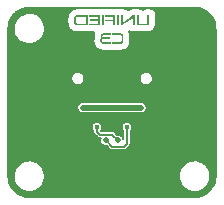
<source format=gbl>
G04 #@! TF.GenerationSoftware,KiCad,Pcbnew,(5.99.0-840-g2507f985a)*
G04 #@! TF.CreationDate,2020-03-22T20:28:13-03:00*
G04 #@! TF.ProjectId,Unified-Daughterboard,556e6966-6965-4642-9d44-617567687465,rev?*
G04 #@! TF.SameCoordinates,Original*
G04 #@! TF.FileFunction,Copper,L2,Bot*
G04 #@! TF.FilePolarity,Positive*
%FSLAX46Y46*%
G04 Gerber Fmt 4.6, Leading zero omitted, Abs format (unit mm)*
G04 Created by KiCad (PCBNEW (5.99.0-840-g2507f985a)) date 2020-03-22 20:28:13*
%MOMM*%
%LPD*%
G01*
G04 APERTURE LIST*
%ADD10O,1.100000X2.200000*%
%ADD11O,1.300000X1.900000*%
%ADD12C,3.500001*%
%ADD13C,0.508000*%
%ADD14C,0.450000*%
%ADD15C,0.152400*%
%ADD16C,0.508000*%
G04 APERTURE END LIST*
G04 #@! TA.AperFunction,SMDPad,CuDef*
G36*
X75008417Y-59695395D02*
G01*
X75739857Y-59694604D01*
X75754285Y-59690620D01*
X75761811Y-59688330D01*
X75776534Y-59682283D01*
X75788677Y-59674855D01*
X75798279Y-59666019D01*
X75805378Y-59655749D01*
X75806346Y-59653975D01*
X75807435Y-59652029D01*
X75808423Y-59650196D01*
X75809315Y-59648338D01*
X75810117Y-59646315D01*
X75810833Y-59643986D01*
X75811468Y-59641212D01*
X75812026Y-59637854D01*
X75812513Y-59633772D01*
X75812934Y-59628826D01*
X75813293Y-59622877D01*
X75813595Y-59615785D01*
X75813845Y-59607410D01*
X75814047Y-59597613D01*
X75814207Y-59586254D01*
X75814330Y-59573194D01*
X75814419Y-59558292D01*
X75814481Y-59541409D01*
X75814519Y-59522406D01*
X75814540Y-59501142D01*
X75814546Y-59477480D01*
X75814544Y-59451278D01*
X75814538Y-59422396D01*
X75814533Y-59390698D01*
X75814532Y-59374989D01*
X75814531Y-59344547D01*
X75814528Y-59316858D01*
X75814518Y-59291783D01*
X75814497Y-59269184D01*
X75814460Y-59248921D01*
X75814404Y-59230857D01*
X75814324Y-59214852D01*
X75814215Y-59200769D01*
X75814074Y-59188468D01*
X75813895Y-59177811D01*
X75813676Y-59168658D01*
X75813410Y-59160873D01*
X75813094Y-59154315D01*
X75812724Y-59148847D01*
X75812295Y-59144329D01*
X75811803Y-59140623D01*
X75811244Y-59137591D01*
X75810612Y-59135093D01*
X75809904Y-59132991D01*
X75809116Y-59131147D01*
X75808243Y-59129422D01*
X75807281Y-59127677D01*
X75806225Y-59125774D01*
X75800498Y-59117358D01*
X75791479Y-59108336D01*
X75780408Y-59100534D01*
X75767734Y-59094262D01*
X75753910Y-59089831D01*
X75753202Y-59089662D01*
X75750740Y-59089106D01*
X75748185Y-59088591D01*
X75745422Y-59088115D01*
X75742338Y-59087677D01*
X75738818Y-59087275D01*
X75734746Y-59086908D01*
X75730008Y-59086575D01*
X75724490Y-59086273D01*
X75718077Y-59086001D01*
X75710654Y-59085757D01*
X75702107Y-59085541D01*
X75692321Y-59085349D01*
X75681181Y-59085182D01*
X75668574Y-59085036D01*
X75654383Y-59084912D01*
X75638495Y-59084806D01*
X75620795Y-59084718D01*
X75601168Y-59084646D01*
X75579500Y-59084588D01*
X75555676Y-59084543D01*
X75529582Y-59084509D01*
X75501102Y-59084485D01*
X75470122Y-59084469D01*
X75436528Y-59084460D01*
X75400205Y-59084455D01*
X75361038Y-59084454D01*
X75008417Y-59084454D01*
X75008417Y-58955674D01*
X75378575Y-58956212D01*
X75414864Y-58956268D01*
X75454609Y-58956337D01*
X75491540Y-58956409D01*
X75525734Y-58956486D01*
X75557268Y-58956569D01*
X75586219Y-58956656D01*
X75612665Y-58956750D01*
X75636683Y-58956851D01*
X75658351Y-58956958D01*
X75677746Y-58957072D01*
X75694945Y-58957195D01*
X75710026Y-58957325D01*
X75723067Y-58957465D01*
X75734143Y-58957614D01*
X75743334Y-58957772D01*
X75750717Y-58957941D01*
X75756367Y-58958120D01*
X75760365Y-58958310D01*
X75762785Y-58958512D01*
X75773469Y-58959947D01*
X75801980Y-58964850D01*
X75827983Y-58971034D01*
X75851622Y-58978556D01*
X75873042Y-58987473D01*
X75892387Y-58997843D01*
X75909800Y-59009722D01*
X75925426Y-59023168D01*
X75933204Y-59031102D01*
X75944844Y-59045180D01*
X75954576Y-59060274D01*
X75962636Y-59076828D01*
X75969262Y-59095289D01*
X75974689Y-59116102D01*
X75978001Y-59131047D01*
X75978001Y-59409140D01*
X75977998Y-59440031D01*
X75977991Y-59468179D01*
X75977977Y-59493719D01*
X75977958Y-59516786D01*
X75977931Y-59537516D01*
X75977895Y-59556044D01*
X75977847Y-59572506D01*
X75977788Y-59587038D01*
X75977715Y-59599776D01*
X75977628Y-59610854D01*
X75977524Y-59620410D01*
X75977403Y-59628577D01*
X75977263Y-59635492D01*
X75977103Y-59641291D01*
X75976921Y-59646108D01*
X75976717Y-59650081D01*
X75976488Y-59653343D01*
X75976234Y-59656032D01*
X75975953Y-59658282D01*
X75975643Y-59660229D01*
X75975304Y-59662009D01*
X75973901Y-59668470D01*
X75967138Y-59691934D01*
X75958148Y-59713459D01*
X75946926Y-59733062D01*
X75946322Y-59733961D01*
X75939546Y-59742809D01*
X75931037Y-59752284D01*
X75921553Y-59761632D01*
X75911852Y-59770104D01*
X75902690Y-59776948D01*
X75883397Y-59788489D01*
X75860818Y-59799062D01*
X75836231Y-59807774D01*
X75809540Y-59814651D01*
X75780652Y-59819723D01*
X75749472Y-59823017D01*
X75749202Y-59823029D01*
X75746367Y-59823074D01*
X75740737Y-59823121D01*
X75732441Y-59823168D01*
X75721608Y-59823216D01*
X75708366Y-59823263D01*
X75692844Y-59823311D01*
X75675172Y-59823358D01*
X75655476Y-59823403D01*
X75633887Y-59823448D01*
X75610534Y-59823492D01*
X75585544Y-59823535D01*
X75559046Y-59823576D01*
X75531170Y-59823615D01*
X75502044Y-59823652D01*
X75471797Y-59823686D01*
X75440558Y-59823717D01*
X75408454Y-59823746D01*
X75375616Y-59823771D01*
X75008417Y-59824029D01*
X75008417Y-59695395D01*
G37*
G04 #@! TD.AperFunction*
G04 #@! TA.AperFunction,SMDPad,CuDef*
G36*
X74549410Y-59824026D02*
G01*
X74512385Y-59824008D01*
X74477537Y-59823974D01*
X74444925Y-59823927D01*
X74414609Y-59823865D01*
X74386651Y-59823788D01*
X74361110Y-59823699D01*
X74338047Y-59823596D01*
X74317521Y-59823479D01*
X74299592Y-59823350D01*
X74284321Y-59823209D01*
X74271768Y-59823055D01*
X74261993Y-59822889D01*
X74255056Y-59822711D01*
X74251017Y-59822522D01*
X74245363Y-59822068D01*
X74217429Y-59819005D01*
X74192040Y-59814758D01*
X74169044Y-59809296D01*
X74148290Y-59802590D01*
X74147684Y-59802363D01*
X74124399Y-59792427D01*
X74103690Y-59781053D01*
X74085536Y-59768222D01*
X74069921Y-59753919D01*
X74056825Y-59738125D01*
X74046229Y-59720824D01*
X74038115Y-59701999D01*
X74036315Y-59696851D01*
X74034402Y-59691210D01*
X74032780Y-59686012D01*
X74031422Y-59680974D01*
X74030302Y-59675812D01*
X74029394Y-59670242D01*
X74028673Y-59663982D01*
X74028112Y-59656748D01*
X74027685Y-59648256D01*
X74027366Y-59638224D01*
X74027130Y-59626367D01*
X74026950Y-59612401D01*
X74026801Y-59596045D01*
X74026655Y-59577014D01*
X74026599Y-59569123D01*
X74026489Y-59549113D01*
X74026455Y-59531717D01*
X74026510Y-59516683D01*
X74026666Y-59503756D01*
X74026935Y-59492685D01*
X74027330Y-59483216D01*
X74027862Y-59475096D01*
X74028544Y-59468074D01*
X74029389Y-59461895D01*
X74030408Y-59456307D01*
X74031614Y-59451057D01*
X74033019Y-59445892D01*
X74034452Y-59441183D01*
X74038987Y-59429143D01*
X74044555Y-59418649D01*
X74051705Y-59408771D01*
X74060987Y-59398578D01*
X74073842Y-59386858D01*
X74090632Y-59374654D01*
X74108486Y-59364705D01*
X74126842Y-59357360D01*
X74130350Y-59356202D01*
X74134239Y-59354833D01*
X74136267Y-59354002D01*
X74136338Y-59353933D01*
X74135310Y-59353065D01*
X74132130Y-59351667D01*
X74127393Y-59350006D01*
X74115190Y-59345348D01*
X74099079Y-59336597D01*
X74084540Y-59325506D01*
X74071713Y-59312250D01*
X74060741Y-59297007D01*
X74051765Y-59279953D01*
X74044925Y-59261265D01*
X74040364Y-59241121D01*
X74040361Y-59241102D01*
X74039639Y-59234849D01*
X74039047Y-59226132D01*
X74038583Y-59215439D01*
X74038248Y-59203262D01*
X74038044Y-59190088D01*
X74037969Y-59176407D01*
X74038024Y-59162708D01*
X74038210Y-59149481D01*
X74038528Y-59137216D01*
X74038976Y-59126400D01*
X74039557Y-59117525D01*
X74040270Y-59111079D01*
X74040408Y-59110197D01*
X74045141Y-59087955D01*
X74052026Y-59067716D01*
X74061089Y-59049424D01*
X74072359Y-59033024D01*
X74085862Y-59018463D01*
X74086986Y-59017422D01*
X74102834Y-59004532D01*
X74120570Y-58993243D01*
X74140299Y-58983521D01*
X74162127Y-58975331D01*
X74186159Y-58968640D01*
X74212502Y-58963411D01*
X74241261Y-58959610D01*
X74272541Y-58957203D01*
X74275572Y-58957073D01*
X74283054Y-58956870D01*
X74293453Y-58956687D01*
X74306742Y-58956525D01*
X74322894Y-58956384D01*
X74341884Y-58956264D01*
X74363684Y-58956165D01*
X74388269Y-58956088D01*
X74415612Y-58956031D01*
X74445687Y-58955997D01*
X74478467Y-58955983D01*
X74513925Y-58955992D01*
X74552037Y-58956022D01*
X74592775Y-58956073D01*
X74883428Y-58956508D01*
X74883814Y-59020441D01*
X74884199Y-59084374D01*
X74578369Y-59084825D01*
X74571714Y-59084834D01*
X74536706Y-59084888D01*
X74504511Y-59084940D01*
X74475006Y-59084992D01*
X74448065Y-59085046D01*
X74423567Y-59085102D01*
X74401387Y-59085162D01*
X74381402Y-59085227D01*
X74363489Y-59085297D01*
X74347524Y-59085375D01*
X74333384Y-59085462D01*
X74320945Y-59085558D01*
X74310085Y-59085665D01*
X74300679Y-59085784D01*
X74292603Y-59085917D01*
X74285736Y-59086063D01*
X74279952Y-59086226D01*
X74275129Y-59086405D01*
X74271143Y-59086602D01*
X74267871Y-59086818D01*
X74265189Y-59087055D01*
X74262974Y-59087313D01*
X74261103Y-59087594D01*
X74259451Y-59087899D01*
X74246869Y-59090876D01*
X74235922Y-59094649D01*
X74226966Y-59099307D01*
X74219515Y-59105104D01*
X74213084Y-59112296D01*
X74212068Y-59113643D01*
X74209790Y-59116903D01*
X74207934Y-59120156D01*
X74206453Y-59123733D01*
X74205299Y-59127962D01*
X74204426Y-59133174D01*
X74203787Y-59139696D01*
X74203335Y-59147860D01*
X74203022Y-59157993D01*
X74202802Y-59170427D01*
X74202627Y-59185489D01*
X74202607Y-59187527D01*
X74202485Y-59202408D01*
X74202465Y-59214717D01*
X74202579Y-59224798D01*
X74202858Y-59232994D01*
X74203336Y-59239648D01*
X74204045Y-59245104D01*
X74205017Y-59249706D01*
X74206286Y-59253796D01*
X74207882Y-59257718D01*
X74209839Y-59261815D01*
X74213871Y-59268570D01*
X74220200Y-59275652D01*
X74228323Y-59281480D01*
X74238615Y-59286314D01*
X74251451Y-59290411D01*
X74263664Y-59293683D01*
X74846450Y-59295234D01*
X74847220Y-59423087D01*
X74561358Y-59423598D01*
X74533294Y-59423647D01*
X74500913Y-59423702D01*
X74471258Y-59423755D01*
X74444196Y-59423808D01*
X74419599Y-59423864D01*
X74397337Y-59423929D01*
X74377280Y-59424004D01*
X74359298Y-59424094D01*
X74343262Y-59424202D01*
X74329043Y-59424331D01*
X74316509Y-59424484D01*
X74305532Y-59424667D01*
X74295981Y-59424881D01*
X74287727Y-59425130D01*
X74280641Y-59425418D01*
X74274591Y-59425748D01*
X74269450Y-59426124D01*
X74265086Y-59426548D01*
X74261370Y-59427026D01*
X74258172Y-59427560D01*
X74255363Y-59428153D01*
X74252813Y-59428809D01*
X74250391Y-59429532D01*
X74247969Y-59430325D01*
X74245416Y-59431191D01*
X74242603Y-59432134D01*
X74240476Y-59432850D01*
X74226353Y-59438621D01*
X74214878Y-59445388D01*
X74205867Y-59453348D01*
X74199138Y-59462694D01*
X74194507Y-59473623D01*
X74191791Y-59486329D01*
X74191709Y-59486996D01*
X74191274Y-59492772D01*
X74190954Y-59501396D01*
X74190749Y-59512774D01*
X74190662Y-59526814D01*
X74190693Y-59543422D01*
X74190844Y-59562505D01*
X74190960Y-59573210D01*
X74191155Y-59588240D01*
X74191390Y-59600810D01*
X74191699Y-59611229D01*
X74192116Y-59619805D01*
X74192674Y-59626846D01*
X74193407Y-59632659D01*
X74194349Y-59637553D01*
X74195534Y-59641835D01*
X74196995Y-59645813D01*
X74198767Y-59649796D01*
X74200882Y-59654091D01*
X74201370Y-59655036D01*
X74207650Y-59664467D01*
X74215935Y-59672592D01*
X74226441Y-59679554D01*
X74239384Y-59685500D01*
X74254980Y-59690576D01*
X74269580Y-59694604D01*
X74576503Y-59695344D01*
X74883427Y-59696083D01*
X74883813Y-59760057D01*
X74884198Y-59824030D01*
X74577554Y-59824030D01*
X74549410Y-59824026D01*
G37*
G04 #@! TD.AperFunction*
G04 #@! TA.AperFunction,SMDPad,CuDef*
G36*
X72538602Y-58284212D02*
G01*
X72523106Y-58284211D01*
X72481688Y-58284199D01*
X72441991Y-58284176D01*
X72404091Y-58284143D01*
X72368067Y-58284098D01*
X72333995Y-58284045D01*
X72301952Y-58283981D01*
X72272017Y-58283908D01*
X72244266Y-58283826D01*
X72218777Y-58283734D01*
X72195628Y-58283634D01*
X72174895Y-58283526D01*
X72156656Y-58283409D01*
X72140989Y-58283284D01*
X72127970Y-58283152D01*
X72117678Y-58283012D01*
X72110189Y-58282865D01*
X72105581Y-58282711D01*
X72087200Y-58281619D01*
X72060446Y-58279290D01*
X72035962Y-58276160D01*
X72013378Y-58272171D01*
X71992325Y-58267263D01*
X71972434Y-58261377D01*
X71952546Y-58254128D01*
X71930182Y-58243904D01*
X71910238Y-58232198D01*
X71892634Y-58218907D01*
X71877290Y-58203925D01*
X71864126Y-58187149D01*
X71853064Y-58168475D01*
X71844022Y-58147799D01*
X71836923Y-58125015D01*
X71831686Y-58100022D01*
X71828232Y-58072713D01*
X71828192Y-58072252D01*
X71827939Y-58068021D01*
X71827716Y-58061828D01*
X71827523Y-58053590D01*
X71827359Y-58043225D01*
X71827225Y-58030649D01*
X71827119Y-58015779D01*
X71827042Y-57998532D01*
X71826992Y-57978825D01*
X71826971Y-57956575D01*
X71826976Y-57931700D01*
X71827008Y-57904115D01*
X71827067Y-57873738D01*
X71827151Y-57840486D01*
X71827182Y-57829714D01*
X71827267Y-57801006D01*
X71827351Y-57775054D01*
X71827436Y-57751709D01*
X71827524Y-57730821D01*
X71827618Y-57712241D01*
X71827718Y-57695819D01*
X71827828Y-57681406D01*
X71827948Y-57668853D01*
X71828082Y-57658009D01*
X71828230Y-57648726D01*
X71828396Y-57640854D01*
X71828581Y-57634243D01*
X71828787Y-57628744D01*
X71829016Y-57624208D01*
X71829270Y-57620484D01*
X71829551Y-57617424D01*
X71829862Y-57614878D01*
X71830203Y-57612697D01*
X71831330Y-57606443D01*
X71836112Y-57583783D01*
X71841624Y-57563625D01*
X71848009Y-57545647D01*
X71855410Y-57529525D01*
X71863970Y-57514937D01*
X71873832Y-57501560D01*
X71885141Y-57489073D01*
X71895036Y-57479850D01*
X71911836Y-57466949D01*
X71930640Y-57455572D01*
X71951542Y-57445686D01*
X71974634Y-57437259D01*
X72000012Y-57430259D01*
X72027768Y-57424652D01*
X72057995Y-57420406D01*
X72090789Y-57417489D01*
X72092120Y-57417420D01*
X72097253Y-57417269D01*
X72105254Y-57417124D01*
X72116064Y-57416988D01*
X72129619Y-57416859D01*
X72145857Y-57416738D01*
X72164717Y-57416626D01*
X72186137Y-57416522D01*
X72210055Y-57416427D01*
X72236408Y-57416340D01*
X72265136Y-57416263D01*
X72296176Y-57416195D01*
X72329467Y-57416136D01*
X72364946Y-57416087D01*
X72402552Y-57416048D01*
X72442222Y-57416020D01*
X72483895Y-57416001D01*
X72527509Y-57415993D01*
X72942041Y-57415972D01*
X72942041Y-57544595D01*
X72777855Y-57544594D01*
X72438760Y-57545034D01*
X72419410Y-57545059D01*
X72382668Y-57545103D01*
X72348707Y-57545145D01*
X72317409Y-57545185D01*
X72288657Y-57545229D01*
X72262333Y-57545278D01*
X72238317Y-57545336D01*
X72216493Y-57545406D01*
X72196742Y-57545491D01*
X72178946Y-57545594D01*
X72162988Y-57545719D01*
X72148748Y-57545869D01*
X72136109Y-57546046D01*
X72124953Y-57546254D01*
X72115162Y-57546495D01*
X72106618Y-57546774D01*
X72099203Y-57547093D01*
X72092798Y-57547456D01*
X72087286Y-57547864D01*
X72082549Y-57548323D01*
X72078468Y-57548834D01*
X72074925Y-57549400D01*
X72071803Y-57550026D01*
X72068984Y-57550714D01*
X72066349Y-57551467D01*
X72063780Y-57552288D01*
X72061159Y-57553181D01*
X72058368Y-57554148D01*
X72055290Y-57555193D01*
X72050789Y-57556742D01*
X72041515Y-57560468D01*
X72033820Y-57564593D01*
X72026747Y-57569681D01*
X72019335Y-57576294D01*
X72014044Y-57581940D01*
X72005970Y-57593655D01*
X71999637Y-57607552D01*
X71994964Y-57623790D01*
X71991686Y-57638582D01*
X71991686Y-58064578D01*
X71994956Y-58079295D01*
X71998261Y-58091616D01*
X72002977Y-58103369D01*
X72009043Y-58113442D01*
X72016777Y-58122458D01*
X72023131Y-58128174D01*
X72033196Y-58135086D01*
X72044898Y-58140850D01*
X72058481Y-58145546D01*
X72074192Y-58149254D01*
X72092276Y-58152056D01*
X72112976Y-58154031D01*
X72113914Y-58154087D01*
X72118827Y-58154262D01*
X72126605Y-58154427D01*
X72137176Y-58154581D01*
X72150467Y-58154725D01*
X72166408Y-58154859D01*
X72184926Y-58154981D01*
X72205951Y-58155092D01*
X72229409Y-58155191D01*
X72255231Y-58155279D01*
X72283344Y-58155354D01*
X72313677Y-58155416D01*
X72346157Y-58155465D01*
X72380714Y-58155502D01*
X72417275Y-58155525D01*
X72455770Y-58155534D01*
X72777855Y-58155547D01*
X72777855Y-57544594D01*
X72942041Y-57544595D01*
X72942040Y-58284233D01*
X72538602Y-58284212D01*
G37*
G04 #@! TD.AperFunction*
G04 #@! TA.AperFunction,SMDPad,CuDef*
G36*
X73081081Y-58155551D02*
G01*
X73445323Y-58155180D01*
X73809564Y-58154807D01*
X73809942Y-58022053D01*
X73810319Y-57889299D01*
X73118060Y-57889298D01*
X73118060Y-57760612D01*
X73810303Y-57760613D01*
X73810303Y-57544656D01*
X73081081Y-57544656D01*
X73081081Y-57415971D01*
X73974489Y-57415972D01*
X73974488Y-57849116D01*
X73974486Y-57880411D01*
X73974477Y-57915353D01*
X73974462Y-57949426D01*
X73974440Y-57982515D01*
X73974413Y-58014502D01*
X73974381Y-58045272D01*
X73974343Y-58074709D01*
X73974301Y-58102696D01*
X73974254Y-58129118D01*
X73974202Y-58153859D01*
X73974146Y-58176802D01*
X73974087Y-58197831D01*
X73974023Y-58216831D01*
X73973957Y-58233685D01*
X73973887Y-58248277D01*
X73973815Y-58260491D01*
X73973740Y-58270211D01*
X73973663Y-58277321D01*
X73973583Y-58281705D01*
X73973502Y-58283247D01*
X73973449Y-58283260D01*
X73971433Y-58283340D01*
X73966592Y-58283417D01*
X73959040Y-58283493D01*
X73948892Y-58283567D01*
X73936263Y-58283638D01*
X73921265Y-58283707D01*
X73904015Y-58283772D01*
X73884626Y-58283834D01*
X73863214Y-58283893D01*
X73839892Y-58283947D01*
X73814774Y-58283998D01*
X73787975Y-58284045D01*
X73759609Y-58284087D01*
X73729792Y-58284124D01*
X73698636Y-58284156D01*
X73666258Y-58284183D01*
X73632770Y-58284204D01*
X73598289Y-58284220D01*
X73562927Y-58284230D01*
X73526799Y-58284233D01*
X73081081Y-58284232D01*
X73081081Y-58155551D01*
G37*
G04 #@! TD.AperFunction*
G04 #@! TA.AperFunction,SMDPad,CuDef*
G36*
X74140155Y-57415971D02*
G01*
X74304340Y-57415971D01*
X74304339Y-58284233D01*
X74140154Y-58284233D01*
X74140155Y-57415971D01*
G37*
G04 #@! TD.AperFunction*
G04 #@! TA.AperFunction,SMDPad,CuDef*
G36*
X75209212Y-58283876D02*
G01*
X75127488Y-58283493D01*
X75127113Y-58104886D01*
X75126737Y-57926278D01*
X74447818Y-57926277D01*
X74447818Y-57797591D01*
X75126749Y-57797592D01*
X75126749Y-57544656D01*
X74399006Y-57544656D01*
X74399006Y-57415971D01*
X75290935Y-57415972D01*
X75290934Y-58284258D01*
X75209212Y-58283876D01*
G37*
G04 #@! TD.AperFunction*
G04 #@! TA.AperFunction,SMDPad,CuDef*
G36*
X75458080Y-57415971D02*
G01*
X75622265Y-57415971D01*
X75622264Y-57849116D01*
X75622261Y-57880411D01*
X75622252Y-57915353D01*
X75622237Y-57949426D01*
X75622216Y-57982515D01*
X75622189Y-58014502D01*
X75622156Y-58045272D01*
X75622119Y-58074709D01*
X75622076Y-58102696D01*
X75622029Y-58129118D01*
X75621977Y-58153859D01*
X75621922Y-58176802D01*
X75621862Y-58197831D01*
X75621799Y-58216831D01*
X75621732Y-58233685D01*
X75621663Y-58248277D01*
X75621590Y-58260491D01*
X75621515Y-58270211D01*
X75621438Y-58277321D01*
X75621359Y-58281705D01*
X75621278Y-58283247D01*
X75620656Y-58283357D01*
X75617409Y-58283536D01*
X75611637Y-58283701D01*
X75603611Y-58283850D01*
X75593602Y-58283979D01*
X75581884Y-58284085D01*
X75568727Y-58284165D01*
X75554403Y-58284215D01*
X75539186Y-58284233D01*
X75458079Y-58284233D01*
X75458080Y-57415971D01*
G37*
G04 #@! TD.AperFunction*
G04 #@! TA.AperFunction,SMDPad,CuDef*
G36*
X76793753Y-57946986D02*
G01*
X76793752Y-57929825D01*
X76793744Y-57898871D01*
X76793730Y-57868777D01*
X76793708Y-57839675D01*
X76793680Y-57811694D01*
X76793646Y-57784966D01*
X76793607Y-57759624D01*
X76793562Y-57735796D01*
X76793512Y-57713616D01*
X76793457Y-57693214D01*
X76793398Y-57674721D01*
X76793334Y-57658267D01*
X76793267Y-57643985D01*
X76793197Y-57632006D01*
X76793124Y-57622461D01*
X76793048Y-57615480D01*
X76792969Y-57611196D01*
X76792889Y-57609738D01*
X76792112Y-57610252D01*
X76789083Y-57612394D01*
X76783890Y-57616118D01*
X76776658Y-57621332D01*
X76767515Y-57627944D01*
X76756586Y-57635863D01*
X76743998Y-57644997D01*
X76729878Y-57655253D01*
X76714351Y-57666540D01*
X76697546Y-57678766D01*
X76679587Y-57691839D01*
X76660601Y-57705667D01*
X76640716Y-57720159D01*
X76620057Y-57735222D01*
X76598750Y-57750764D01*
X76578115Y-57765821D01*
X76554894Y-57782765D01*
X76529753Y-57801109D01*
X76502931Y-57820680D01*
X76474666Y-57841304D01*
X76445196Y-57862807D01*
X76414758Y-57885016D01*
X76383591Y-57907757D01*
X76351933Y-57930856D01*
X76320020Y-57954141D01*
X76288093Y-57977437D01*
X76256387Y-58000571D01*
X76225142Y-58023368D01*
X76194595Y-58045657D01*
X76164984Y-58067262D01*
X76136547Y-58088011D01*
X75867618Y-58284232D01*
X75787930Y-58284232D01*
X75787930Y-57415971D01*
X75931401Y-57415971D01*
X75931774Y-57737716D01*
X75932147Y-58059463D01*
X76363320Y-57737758D01*
X76794494Y-57416053D01*
X76937231Y-57415972D01*
X76937230Y-58284233D01*
X76793753Y-58284233D01*
X76793753Y-57946986D01*
G37*
G04 #@! TD.AperFunction*
G04 #@! TA.AperFunction,SMDPad,CuDef*
G36*
X77569454Y-58284005D02*
G01*
X77542450Y-58283986D01*
X77515944Y-58283958D01*
X77490113Y-58283919D01*
X77465131Y-58283871D01*
X77441174Y-58283813D01*
X77418419Y-58283746D01*
X77397040Y-58283668D01*
X77377214Y-58283581D01*
X77359117Y-58283484D01*
X77342923Y-58283377D01*
X77328809Y-58283260D01*
X77316951Y-58283133D01*
X77307523Y-58282997D01*
X77300703Y-58282850D01*
X77296665Y-58282693D01*
X77293252Y-58282473D01*
X77272195Y-58280736D01*
X77253494Y-58278432D01*
X77236654Y-58275442D01*
X77221180Y-58271647D01*
X77206576Y-58266929D01*
X77192345Y-58261168D01*
X77177994Y-58254246D01*
X77176618Y-58253526D01*
X77158781Y-58242489D01*
X77143097Y-58229437D01*
X77129620Y-58214442D01*
X77118407Y-58197574D01*
X77109513Y-58178904D01*
X77102995Y-58158504D01*
X77102236Y-58155509D01*
X77101273Y-58151772D01*
X77100382Y-58148304D01*
X77099562Y-58144985D01*
X77098808Y-58141697D01*
X77098118Y-58138319D01*
X77097489Y-58134731D01*
X77096918Y-58130815D01*
X77096402Y-58126451D01*
X77095938Y-58121520D01*
X77095522Y-58115901D01*
X77095152Y-58109475D01*
X77094825Y-58102123D01*
X77094538Y-58093725D01*
X77094288Y-58084162D01*
X77094071Y-58073314D01*
X77093885Y-58061062D01*
X77093726Y-58047286D01*
X77093592Y-58031866D01*
X77093480Y-58014683D01*
X77093387Y-57995618D01*
X77093308Y-57974551D01*
X77093243Y-57951362D01*
X77093187Y-57925932D01*
X77093138Y-57898141D01*
X77093092Y-57867870D01*
X77093046Y-57835000D01*
X77092998Y-57799411D01*
X77092944Y-57760983D01*
X77092447Y-57415971D01*
X77258207Y-57415971D01*
X77258207Y-57752906D01*
X77258208Y-57785888D01*
X77258213Y-57821017D01*
X77258222Y-57853400D01*
X77258237Y-57883150D01*
X77258257Y-57910380D01*
X77258284Y-57935202D01*
X77258318Y-57957731D01*
X77258361Y-57978079D01*
X77258412Y-57996360D01*
X77258473Y-58012686D01*
X77258544Y-58027171D01*
X77258626Y-58039927D01*
X77258720Y-58051068D01*
X77258827Y-58060708D01*
X77258947Y-58068959D01*
X77259081Y-58075934D01*
X77259230Y-58081747D01*
X77259394Y-58086510D01*
X77259574Y-58090337D01*
X77259772Y-58093341D01*
X77259987Y-58095635D01*
X77260221Y-58097333D01*
X77260474Y-58098546D01*
X77260807Y-58099781D01*
X77265722Y-58112622D01*
X77272875Y-58123716D01*
X77282311Y-58133092D01*
X77294074Y-58140780D01*
X77308211Y-58146810D01*
X77324766Y-58151214D01*
X77343785Y-58154020D01*
X77345129Y-58154116D01*
X77349936Y-58154298D01*
X77357424Y-58154467D01*
X77367411Y-58154625D01*
X77379716Y-58154771D01*
X77394157Y-58154905D01*
X77410551Y-58155027D01*
X77428718Y-58155137D01*
X77448474Y-58155235D01*
X77469638Y-58155321D01*
X77492029Y-58155396D01*
X77515463Y-58155458D01*
X77539760Y-58155508D01*
X77564737Y-58155547D01*
X77590212Y-58155573D01*
X77616004Y-58155588D01*
X77641930Y-58155591D01*
X77667809Y-58155582D01*
X77693459Y-58155561D01*
X77718697Y-58155528D01*
X77743342Y-58155483D01*
X77767212Y-58155426D01*
X77790125Y-58155357D01*
X77811899Y-58155277D01*
X77832351Y-58155184D01*
X77851301Y-58155080D01*
X77868567Y-58154964D01*
X77883965Y-58154836D01*
X77897315Y-58154696D01*
X77908435Y-58154544D01*
X77917141Y-58154380D01*
X77923254Y-58154204D01*
X77926590Y-58154016D01*
X77943088Y-58151646D01*
X77959991Y-58147411D01*
X77974451Y-58141571D01*
X77986503Y-58134107D01*
X77996183Y-58125001D01*
X78003523Y-58114237D01*
X78003634Y-58114030D01*
X78004607Y-58112277D01*
X78005506Y-58110699D01*
X78006334Y-58109178D01*
X78007095Y-58107598D01*
X78007791Y-58105845D01*
X78008425Y-58103801D01*
X78009000Y-58101351D01*
X78009519Y-58098379D01*
X78009985Y-58094769D01*
X78010400Y-58090405D01*
X78010768Y-58085170D01*
X78011092Y-58078949D01*
X78011373Y-58071626D01*
X78011616Y-58063085D01*
X78011823Y-58053209D01*
X78011997Y-58041883D01*
X78012140Y-58028991D01*
X78012256Y-58014417D01*
X78012348Y-57998044D01*
X78012418Y-57979757D01*
X78012470Y-57959440D01*
X78012505Y-57936976D01*
X78012528Y-57912250D01*
X78012541Y-57885146D01*
X78012547Y-57855548D01*
X78012548Y-57823340D01*
X78012548Y-57788406D01*
X78012550Y-57750629D01*
X78012576Y-57415971D01*
X78176760Y-57415971D01*
X78176733Y-57755067D01*
X78176733Y-57763106D01*
X78176727Y-57800526D01*
X78176717Y-57835124D01*
X78176702Y-57867016D01*
X78176680Y-57896313D01*
X78176652Y-57923130D01*
X78176618Y-57947580D01*
X78176575Y-57969778D01*
X78176524Y-57989835D01*
X78176464Y-58007867D01*
X78176393Y-58023987D01*
X78176312Y-58038309D01*
X78176219Y-58050945D01*
X78176114Y-58062011D01*
X78175997Y-58071618D01*
X78175865Y-58079882D01*
X78175719Y-58086916D01*
X78175559Y-58092833D01*
X78175382Y-58097748D01*
X78175189Y-58101773D01*
X78174979Y-58105022D01*
X78174751Y-58107609D01*
X78174504Y-58109648D01*
X78173402Y-58116724D01*
X78168170Y-58140281D01*
X78160790Y-58161867D01*
X78151220Y-58181574D01*
X78139415Y-58199497D01*
X78125333Y-58215730D01*
X78119369Y-58221474D01*
X78106484Y-58232081D01*
X78091917Y-58241761D01*
X78075027Y-58250958D01*
X78068175Y-58254254D01*
X78046403Y-58263200D01*
X78023287Y-58270434D01*
X77998513Y-58276031D01*
X77971766Y-58280065D01*
X77942734Y-58282612D01*
X77940426Y-58282714D01*
X77934499Y-58282866D01*
X77925908Y-58283008D01*
X77914828Y-58283141D01*
X77901435Y-58283265D01*
X77885904Y-58283380D01*
X77868412Y-58283485D01*
X77849134Y-58283580D01*
X77828245Y-58283666D01*
X77805922Y-58283743D01*
X77782340Y-58283810D01*
X77757676Y-58283868D01*
X77732103Y-58283916D01*
X77705799Y-58283955D01*
X77678939Y-58283984D01*
X77651699Y-58284004D01*
X77624254Y-58284014D01*
X77596781Y-58284014D01*
X77569454Y-58284005D01*
G37*
G04 #@! TD.AperFunction*
D10*
X70702500Y-63343000D03*
D11*
X70702500Y-59143000D03*
X79302500Y-59143000D03*
D10*
X79302500Y-63343000D03*
D12*
X82004500Y-58543000D03*
D13*
X75502500Y-68016000D03*
X74504500Y-68018000D03*
D14*
X76272500Y-66890000D03*
X73732500Y-66890000D03*
X75002500Y-66026400D03*
D13*
X77452500Y-65239000D03*
X72552500Y-65239000D03*
D15*
X73986500Y-67525000D02*
X75011500Y-67525000D01*
X75011500Y-67525000D02*
X75502500Y-68016000D01*
X73732500Y-67271000D02*
X73986500Y-67525000D01*
X73732500Y-66890000D02*
X73732500Y-67271000D01*
X76018500Y-68541000D02*
X75027500Y-68541000D01*
X75027500Y-68541000D02*
X74504500Y-68018000D01*
X76272500Y-68287000D02*
X76018500Y-68541000D01*
X76272500Y-66890000D02*
X76272500Y-68287000D01*
D16*
X72552500Y-65239000D02*
X77452500Y-65239000D01*
G36*
X81973471Y-56773072D02*
G01*
X81983129Y-56775046D01*
X82253387Y-56794182D01*
X82497329Y-56846701D01*
X82731414Y-56933059D01*
X82951008Y-57051546D01*
X83151714Y-57199789D01*
X83329522Y-57374827D01*
X83480904Y-57573184D01*
X83602826Y-57790891D01*
X83692852Y-58023592D01*
X83749192Y-58266661D01*
X83771356Y-58522579D01*
X83771570Y-58549760D01*
X83772933Y-58559523D01*
X83776900Y-58573876D01*
X83776901Y-71004808D01*
X83774428Y-71011970D01*
X83772454Y-71021628D01*
X83753318Y-71291894D01*
X83700801Y-71535822D01*
X83614442Y-71769912D01*
X83495956Y-71989505D01*
X83347710Y-72190214D01*
X83172670Y-72368025D01*
X82974317Y-72519404D01*
X82756609Y-72641326D01*
X82523908Y-72731352D01*
X82280838Y-72787692D01*
X82024921Y-72809856D01*
X81997741Y-72810070D01*
X81987978Y-72811433D01*
X81973625Y-72815400D01*
X68042690Y-72815400D01*
X68035530Y-72812928D01*
X68025872Y-72810954D01*
X67755606Y-72791818D01*
X67511678Y-72739301D01*
X67277588Y-72652942D01*
X67057995Y-72534456D01*
X66857286Y-72386210D01*
X66679475Y-72211170D01*
X66528096Y-72012817D01*
X66406174Y-71795109D01*
X66316148Y-71562408D01*
X66259808Y-71319338D01*
X66237644Y-71063421D01*
X66237430Y-71036241D01*
X66236067Y-71026478D01*
X66232100Y-71012125D01*
X66232100Y-71011462D01*
X66672207Y-71011462D01*
X66686666Y-71241269D01*
X66687679Y-71247890D01*
X66742604Y-71471504D01*
X66744773Y-71477841D01*
X66838429Y-71688194D01*
X66841686Y-71694047D01*
X66971111Y-71884490D01*
X66975353Y-71889674D01*
X67136459Y-72054189D01*
X67141552Y-72058540D01*
X67329244Y-72191925D01*
X67335027Y-72195304D01*
X67543373Y-72293344D01*
X67549663Y-72295646D01*
X67772078Y-72355242D01*
X67778676Y-72356394D01*
X68008129Y-72375662D01*
X68014827Y-72375626D01*
X68244065Y-72353957D01*
X68250651Y-72352736D01*
X68472430Y-72290814D01*
X68478695Y-72288447D01*
X68686004Y-72188230D01*
X68691751Y-72184791D01*
X68878035Y-72049446D01*
X68883082Y-72045043D01*
X69042456Y-71878851D01*
X69046644Y-71873624D01*
X69174068Y-71681834D01*
X69177264Y-71675948D01*
X69268711Y-71464626D01*
X69270814Y-71458267D01*
X69323508Y-71233609D01*
X69324491Y-71225988D01*
X69330108Y-71011462D01*
X80672207Y-71011462D01*
X80686666Y-71241269D01*
X80687679Y-71247890D01*
X80742604Y-71471504D01*
X80744773Y-71477841D01*
X80838429Y-71688194D01*
X80841686Y-71694047D01*
X80971111Y-71884490D01*
X80975353Y-71889674D01*
X81136459Y-72054189D01*
X81141552Y-72058540D01*
X81329244Y-72191925D01*
X81335027Y-72195304D01*
X81543373Y-72293344D01*
X81549663Y-72295646D01*
X81772078Y-72355242D01*
X81778676Y-72356394D01*
X82008129Y-72375662D01*
X82014827Y-72375626D01*
X82244065Y-72353957D01*
X82250651Y-72352736D01*
X82472430Y-72290814D01*
X82478695Y-72288447D01*
X82686004Y-72188230D01*
X82691751Y-72184791D01*
X82878035Y-72049446D01*
X82883082Y-72045043D01*
X83042456Y-71878851D01*
X83046644Y-71873624D01*
X83174068Y-71681834D01*
X83177264Y-71675948D01*
X83268711Y-71464626D01*
X83270814Y-71458267D01*
X83323508Y-71233609D01*
X83324491Y-71225988D01*
X83332259Y-70929346D01*
X83331676Y-70921684D01*
X83290812Y-70694577D01*
X83289045Y-70688116D01*
X83208783Y-70472297D01*
X83205900Y-70466252D01*
X83088687Y-70268056D01*
X83084778Y-70262617D01*
X82934322Y-70088311D01*
X82929512Y-70083649D01*
X82750565Y-69938742D01*
X82745006Y-69935006D01*
X82543227Y-69824077D01*
X82537094Y-69821385D01*
X82318861Y-69747942D01*
X82312348Y-69746378D01*
X82084557Y-69712740D01*
X82077870Y-69712355D01*
X81847723Y-69719587D01*
X81841073Y-69720392D01*
X81615844Y-69768267D01*
X81609442Y-69770236D01*
X81396252Y-69857238D01*
X81390300Y-69860310D01*
X81195884Y-69983689D01*
X81190570Y-69987767D01*
X81021076Y-70143624D01*
X81016568Y-70148578D01*
X80877352Y-70331988D01*
X80873793Y-70337662D01*
X80769257Y-70542826D01*
X80766758Y-70549041D01*
X80700207Y-70769474D01*
X80698848Y-70776033D01*
X80672382Y-71004766D01*
X80672207Y-71011462D01*
X69330108Y-71011462D01*
X69332259Y-70929346D01*
X69331676Y-70921684D01*
X69290812Y-70694577D01*
X69289045Y-70688116D01*
X69208783Y-70472297D01*
X69205900Y-70466252D01*
X69088687Y-70268056D01*
X69084778Y-70262617D01*
X68934322Y-70088311D01*
X68929512Y-70083649D01*
X68750565Y-69938742D01*
X68745006Y-69935006D01*
X68543227Y-69824077D01*
X68537094Y-69821385D01*
X68318861Y-69747942D01*
X68312348Y-69746378D01*
X68084557Y-69712740D01*
X68077870Y-69712355D01*
X67847723Y-69719587D01*
X67841073Y-69720392D01*
X67615844Y-69768267D01*
X67609442Y-69770236D01*
X67396252Y-69857238D01*
X67390300Y-69860310D01*
X67195884Y-69983689D01*
X67190570Y-69987767D01*
X67021076Y-70143624D01*
X67016568Y-70148578D01*
X66877352Y-70331988D01*
X66873793Y-70337662D01*
X66769257Y-70542826D01*
X66766758Y-70549041D01*
X66700207Y-70769474D01*
X66698848Y-70776033D01*
X66672382Y-71004766D01*
X66672207Y-71011462D01*
X66232100Y-71011462D01*
X66232100Y-66807126D01*
X73277901Y-66807126D01*
X73277901Y-66972874D01*
X73280791Y-66987402D01*
X73344220Y-67140533D01*
X73352449Y-67152849D01*
X73426701Y-67227100D01*
X73426701Y-67342690D01*
X73431826Y-67361816D01*
X73447542Y-67389036D01*
X73455675Y-67419392D01*
X73465576Y-67436541D01*
X73490510Y-67461474D01*
X73490515Y-67461481D01*
X73796018Y-67766985D01*
X73796025Y-67766990D01*
X73820959Y-67791925D01*
X73838106Y-67801825D01*
X73868467Y-67809960D01*
X73895684Y-67825674D01*
X73914810Y-67830799D01*
X73951524Y-67830799D01*
X73951532Y-67830800D01*
X74058596Y-67830800D01*
X74023790Y-67914829D01*
X74020900Y-67929357D01*
X74020900Y-68106643D01*
X74023790Y-68121171D01*
X74091634Y-68284961D01*
X74099863Y-68297277D01*
X74225223Y-68422637D01*
X74237539Y-68430866D01*
X74401329Y-68498710D01*
X74415857Y-68501600D01*
X74555635Y-68501600D01*
X74861959Y-68807925D01*
X74879107Y-68817825D01*
X74909469Y-68825961D01*
X74936685Y-68841674D01*
X74955811Y-68846799D01*
X74992524Y-68846799D01*
X74992532Y-68846800D01*
X76053468Y-68846800D01*
X76053476Y-68846799D01*
X76090189Y-68846799D01*
X76109315Y-68841674D01*
X76136531Y-68825961D01*
X76166893Y-68817825D01*
X76184041Y-68807925D01*
X76278424Y-68713541D01*
X76514485Y-68477482D01*
X76514490Y-68477475D01*
X76539425Y-68452541D01*
X76549325Y-68435394D01*
X76557460Y-68405033D01*
X76573174Y-68377816D01*
X76578299Y-68358690D01*
X76578299Y-68321976D01*
X76578300Y-68321968D01*
X76578300Y-67227099D01*
X76652551Y-67152849D01*
X76660780Y-67140533D01*
X76724209Y-66987402D01*
X76727099Y-66972874D01*
X76727099Y-66807126D01*
X76724209Y-66792598D01*
X76660780Y-66639467D01*
X76652551Y-66627151D01*
X76535349Y-66509949D01*
X76523033Y-66501720D01*
X76369902Y-66438291D01*
X76355374Y-66435401D01*
X76189626Y-66435401D01*
X76175098Y-66438291D01*
X76021967Y-66501720D01*
X76009651Y-66509949D01*
X75892449Y-66627151D01*
X75884220Y-66639467D01*
X75820791Y-66792598D01*
X75817901Y-66807126D01*
X75817901Y-66972874D01*
X75820791Y-66987402D01*
X75884220Y-67140533D01*
X75892449Y-67152849D01*
X75966700Y-67227099D01*
X75966701Y-67872972D01*
X75915366Y-67749039D01*
X75907137Y-67736723D01*
X75781777Y-67611363D01*
X75769461Y-67603134D01*
X75605671Y-67535290D01*
X75591143Y-67532400D01*
X75451365Y-67532400D01*
X75177041Y-67258075D01*
X75159893Y-67248175D01*
X75129531Y-67240039D01*
X75102315Y-67224326D01*
X75083189Y-67219201D01*
X75046476Y-67219201D01*
X75046468Y-67219200D01*
X74113167Y-67219200D01*
X74079683Y-67185717D01*
X74112551Y-67152849D01*
X74120780Y-67140533D01*
X74184209Y-66987402D01*
X74187099Y-66972874D01*
X74187099Y-66807126D01*
X74184209Y-66792598D01*
X74120780Y-66639467D01*
X74112551Y-66627151D01*
X73995349Y-66509949D01*
X73983033Y-66501720D01*
X73829902Y-66438291D01*
X73815374Y-66435401D01*
X73649626Y-66435401D01*
X73635098Y-66438291D01*
X73481967Y-66501720D01*
X73469651Y-66509949D01*
X73352449Y-66627151D01*
X73344220Y-66639467D01*
X73280791Y-66792598D01*
X73277901Y-66807126D01*
X66232100Y-66807126D01*
X66232100Y-65231593D01*
X72060899Y-65231593D01*
X72060899Y-65246407D01*
X72068900Y-65286630D01*
X72068900Y-65327642D01*
X72071790Y-65342171D01*
X72087485Y-65380063D01*
X72095486Y-65420285D01*
X72101155Y-65433970D01*
X72123938Y-65468070D01*
X72139634Y-65505961D01*
X72147863Y-65518277D01*
X72176861Y-65547274D01*
X72199648Y-65581377D01*
X72210123Y-65591852D01*
X72244226Y-65614639D01*
X72273223Y-65643637D01*
X72285539Y-65651866D01*
X72323430Y-65667562D01*
X72357530Y-65690345D01*
X72371215Y-65696014D01*
X72411437Y-65704015D01*
X72449329Y-65719710D01*
X72463858Y-65722600D01*
X77541142Y-65722600D01*
X77555671Y-65719710D01*
X77593563Y-65704015D01*
X77633785Y-65696014D01*
X77647470Y-65690345D01*
X77681570Y-65667562D01*
X77719461Y-65651866D01*
X77731777Y-65643637D01*
X77760774Y-65614639D01*
X77794877Y-65591852D01*
X77805352Y-65581377D01*
X77828139Y-65547274D01*
X77857137Y-65518277D01*
X77865366Y-65505961D01*
X77881062Y-65468070D01*
X77903845Y-65433970D01*
X77909514Y-65420285D01*
X77917515Y-65380063D01*
X77933210Y-65342171D01*
X77936100Y-65327642D01*
X77936100Y-65286630D01*
X77944101Y-65246407D01*
X77944101Y-65231593D01*
X77936100Y-65191370D01*
X77936100Y-65150358D01*
X77933210Y-65135829D01*
X77917515Y-65097937D01*
X77909514Y-65057715D01*
X77903845Y-65044030D01*
X77881062Y-65009930D01*
X77865366Y-64972039D01*
X77857137Y-64959723D01*
X77828139Y-64930726D01*
X77805352Y-64896623D01*
X77794877Y-64886148D01*
X77760774Y-64863361D01*
X77731777Y-64834363D01*
X77719461Y-64826134D01*
X77681570Y-64810438D01*
X77647470Y-64787655D01*
X77633785Y-64781986D01*
X77593563Y-64773985D01*
X77555671Y-64758290D01*
X77541142Y-64755400D01*
X72463858Y-64755400D01*
X72449329Y-64758290D01*
X72411437Y-64773985D01*
X72371215Y-64781986D01*
X72357530Y-64787655D01*
X72323430Y-64810438D01*
X72285539Y-64826134D01*
X72273223Y-64834363D01*
X72244226Y-64863361D01*
X72210123Y-64886148D01*
X72199648Y-64896623D01*
X72176861Y-64930726D01*
X72147863Y-64959723D01*
X72139634Y-64972039D01*
X72123938Y-65009930D01*
X72101155Y-65044030D01*
X72095486Y-65057715D01*
X72087485Y-65097937D01*
X72071790Y-65135829D01*
X72068900Y-65150358D01*
X72068900Y-65191370D01*
X72060899Y-65231593D01*
X66232100Y-65231593D01*
X66232100Y-62858975D01*
X71559002Y-62858975D01*
X71560391Y-62869600D01*
X71600048Y-63011631D01*
X71604363Y-63021438D01*
X71682289Y-63146632D01*
X71689184Y-63154834D01*
X71799115Y-63253123D01*
X71808034Y-63259060D01*
X71941133Y-63322545D01*
X71951360Y-63325740D01*
X72096927Y-63349317D01*
X72107640Y-63349514D01*
X72253973Y-63331287D01*
X72264311Y-63328469D01*
X72399647Y-63269903D01*
X72408779Y-63264297D01*
X72522236Y-63170102D01*
X72529427Y-63162158D01*
X72611887Y-63039905D01*
X72616559Y-63030262D01*
X72661464Y-62889559D01*
X72663251Y-62878526D01*
X72663489Y-62858975D01*
X77339002Y-62858975D01*
X77340391Y-62869600D01*
X77380048Y-63011631D01*
X77384363Y-63021438D01*
X77462289Y-63146632D01*
X77469184Y-63154834D01*
X77579115Y-63253123D01*
X77588034Y-63259060D01*
X77721133Y-63322545D01*
X77731360Y-63325740D01*
X77876927Y-63349317D01*
X77887640Y-63349514D01*
X78033973Y-63331287D01*
X78044311Y-63328469D01*
X78179647Y-63269903D01*
X78188779Y-63264297D01*
X78302236Y-63170102D01*
X78309427Y-63162158D01*
X78391887Y-63039905D01*
X78396559Y-63030262D01*
X78441464Y-62889559D01*
X78443251Y-62878526D01*
X78445201Y-62718956D01*
X78443684Y-62707882D01*
X78402231Y-62566125D01*
X78397796Y-62556371D01*
X78318346Y-62432139D01*
X78311352Y-62424022D01*
X78200228Y-62327083D01*
X78191237Y-62321255D01*
X78057373Y-62259401D01*
X78047107Y-62256331D01*
X77901263Y-62234534D01*
X77890548Y-62234469D01*
X77744448Y-62254482D01*
X77734146Y-62257426D01*
X77599536Y-62317641D01*
X77590474Y-62323358D01*
X77478174Y-62418933D01*
X77471082Y-62426964D01*
X77390121Y-62550215D01*
X77385567Y-62559914D01*
X77342453Y-62700935D01*
X77340804Y-62711522D01*
X77339002Y-62858975D01*
X72663489Y-62858975D01*
X72665201Y-62718956D01*
X72663684Y-62707882D01*
X72622231Y-62566125D01*
X72617796Y-62556371D01*
X72538346Y-62432139D01*
X72531352Y-62424022D01*
X72420228Y-62327083D01*
X72411237Y-62321255D01*
X72277373Y-62259401D01*
X72267107Y-62256331D01*
X72121263Y-62234534D01*
X72110548Y-62234469D01*
X71964448Y-62254482D01*
X71954146Y-62257426D01*
X71819536Y-62317641D01*
X71810474Y-62323358D01*
X71698174Y-62418933D01*
X71691082Y-62426964D01*
X71610121Y-62550215D01*
X71605567Y-62559914D01*
X71562453Y-62700935D01*
X71560804Y-62711522D01*
X71559002Y-62858975D01*
X66232100Y-62858975D01*
X66232100Y-58581189D01*
X66234572Y-58574029D01*
X66236546Y-58564371D01*
X66240292Y-58511462D01*
X66672207Y-58511462D01*
X66686666Y-58741269D01*
X66687679Y-58747890D01*
X66742604Y-58971504D01*
X66744773Y-58977841D01*
X66838429Y-59188194D01*
X66841686Y-59194047D01*
X66971111Y-59384490D01*
X66975353Y-59389674D01*
X67136459Y-59554189D01*
X67141552Y-59558540D01*
X67329244Y-59691925D01*
X67335027Y-59695304D01*
X67543373Y-59793344D01*
X67549663Y-59795646D01*
X67772078Y-59855242D01*
X67778676Y-59856394D01*
X68008129Y-59875662D01*
X68014827Y-59875626D01*
X68244065Y-59853957D01*
X68250651Y-59852736D01*
X68472430Y-59790814D01*
X68478695Y-59788447D01*
X68686004Y-59688230D01*
X68691751Y-59684791D01*
X68878035Y-59549446D01*
X68883082Y-59545043D01*
X69042456Y-59378851D01*
X69046644Y-59373624D01*
X69174068Y-59181834D01*
X69177264Y-59175948D01*
X69268711Y-58964626D01*
X69270814Y-58958267D01*
X69323508Y-58733609D01*
X69324491Y-58725988D01*
X69332259Y-58429346D01*
X69331676Y-58421684D01*
X69290812Y-58194577D01*
X69289045Y-58188116D01*
X69208783Y-57972297D01*
X69205900Y-57966252D01*
X69200110Y-57956461D01*
X71238547Y-57956461D01*
X71238547Y-57957112D01*
X71238568Y-57979408D01*
X71238568Y-57979465D01*
X71238570Y-57980313D01*
X71238570Y-57980316D01*
X71238620Y-58000034D01*
X71238620Y-58000053D01*
X71238623Y-58001078D01*
X71238624Y-58001132D01*
X71238701Y-58018432D01*
X71238701Y-58018484D01*
X71238709Y-58019901D01*
X71238710Y-58019949D01*
X71238816Y-58034875D01*
X71238817Y-58034940D01*
X71238833Y-58036816D01*
X71238834Y-58036884D01*
X71238969Y-58049542D01*
X71238970Y-58049638D01*
X71239006Y-58052386D01*
X71239008Y-58052484D01*
X71239174Y-58062972D01*
X71239176Y-58063119D01*
X71239256Y-58067164D01*
X71239259Y-58067303D01*
X71239456Y-58075727D01*
X71239463Y-58075960D01*
X71239661Y-58082643D01*
X71239668Y-58082882D01*
X71239904Y-58089418D01*
X71239922Y-58089865D01*
X71240527Y-58102477D01*
X71240551Y-58102921D01*
X71240832Y-58107626D01*
X71240866Y-58108129D01*
X71241908Y-58122363D01*
X71241949Y-58122866D01*
X71242042Y-58123946D01*
X71242113Y-58124680D01*
X71244327Y-58145448D01*
X71244412Y-58146182D01*
X71248008Y-58174610D01*
X71248229Y-58176112D01*
X71255333Y-58218465D01*
X71255614Y-58219956D01*
X71261191Y-58246570D01*
X71261601Y-58248318D01*
X71274377Y-58297472D01*
X71274870Y-58299198D01*
X71282544Y-58323828D01*
X71283215Y-58325789D01*
X71303705Y-58380698D01*
X71304482Y-58382619D01*
X71314401Y-58405299D01*
X71315388Y-58407380D01*
X71345098Y-58465365D01*
X71346212Y-58467382D01*
X71358486Y-58488104D01*
X71359806Y-58490174D01*
X71398999Y-58547453D01*
X71400450Y-58549432D01*
X71415138Y-58568150D01*
X71416733Y-58570051D01*
X71463602Y-58622282D01*
X71465319Y-58624073D01*
X71482404Y-58640755D01*
X71484161Y-58642366D01*
X71535273Y-58686303D01*
X71537128Y-58687799D01*
X71556553Y-58702464D01*
X71558330Y-58703727D01*
X71609595Y-58737958D01*
X71611442Y-58739115D01*
X71633153Y-58751858D01*
X71634830Y-58752786D01*
X71682935Y-58777817D01*
X71684658Y-58778658D01*
X71708572Y-58789591D01*
X71709939Y-58790184D01*
X71748949Y-58806180D01*
X71750339Y-58806718D01*
X71771472Y-58814421D01*
X71772570Y-58814802D01*
X71803802Y-58825104D01*
X71804912Y-58825451D01*
X71825889Y-58831659D01*
X71826951Y-58831956D01*
X71857123Y-58839930D01*
X71858194Y-58840196D01*
X71880279Y-58845345D01*
X71881274Y-58845562D01*
X71909524Y-58851347D01*
X71910527Y-58851538D01*
X71934054Y-58855694D01*
X71934939Y-58855839D01*
X71960014Y-58859654D01*
X71960902Y-58859778D01*
X71986206Y-58863013D01*
X71986960Y-58863102D01*
X72008284Y-58865392D01*
X72009038Y-58865465D01*
X72036426Y-58867849D01*
X72036939Y-58867890D01*
X72051527Y-58868959D01*
X72052044Y-58868993D01*
X72070928Y-58870115D01*
X72071414Y-58870141D01*
X72085196Y-58870780D01*
X72085684Y-58870800D01*
X72090666Y-58870966D01*
X72090928Y-58870974D01*
X72098257Y-58871168D01*
X72098513Y-58871174D01*
X72106183Y-58871325D01*
X72106288Y-58871326D01*
X72109493Y-58871380D01*
X72109614Y-58871382D01*
X72120000Y-58871524D01*
X72120067Y-58871524D01*
X72121910Y-58871546D01*
X72121973Y-58871547D01*
X72135045Y-58871679D01*
X72135086Y-58871680D01*
X72136235Y-58871690D01*
X72136274Y-58871690D01*
X72151994Y-58871816D01*
X72152060Y-58871816D01*
X72152896Y-58871822D01*
X72152896Y-58871821D01*
X72171117Y-58871938D01*
X72171760Y-58871943D01*
X72171807Y-58871943D01*
X72192579Y-58872051D01*
X72192610Y-58872051D01*
X72193082Y-58872053D01*
X72193085Y-58872053D01*
X72216148Y-58872153D01*
X72216548Y-58872155D01*
X72216618Y-58872155D01*
X72242154Y-58872248D01*
X72242178Y-58872248D01*
X72242527Y-58872249D01*
X72270334Y-58872331D01*
X72270582Y-58872331D01*
X72300517Y-58872404D01*
X72300641Y-58872404D01*
X72300732Y-58872405D01*
X72332857Y-58872469D01*
X72333080Y-58872469D01*
X72367043Y-58872522D01*
X72367087Y-58872522D01*
X72367261Y-58872523D01*
X72403395Y-58872567D01*
X72403579Y-58872567D01*
X72441495Y-58872600D01*
X72441650Y-58872600D01*
X72481358Y-58872623D01*
X72481517Y-58872623D01*
X72522941Y-58872635D01*
X72523068Y-58872635D01*
X72538565Y-58872636D01*
X72538571Y-58872636D01*
X72943352Y-58872657D01*
X72946036Y-58872561D01*
X73024462Y-58866954D01*
X73029594Y-58866028D01*
X73073038Y-58872274D01*
X73078395Y-58872657D01*
X73497083Y-58872657D01*
X73496230Y-58874708D01*
X73495353Y-58877032D01*
X73487710Y-58899500D01*
X73487056Y-58901625D01*
X73470361Y-58962237D01*
X73469834Y-58964396D01*
X73464763Y-58988226D01*
X73464564Y-58989230D01*
X73459307Y-59017722D01*
X73459135Y-59018731D01*
X73458852Y-59020539D01*
X73458731Y-59021379D01*
X73455551Y-59045210D01*
X73455448Y-59046054D01*
X73454643Y-59053340D01*
X73454561Y-59054176D01*
X73452481Y-59077832D01*
X73452417Y-59078668D01*
X73451794Y-59088187D01*
X73451767Y-59088639D01*
X73451087Y-59101375D01*
X73451066Y-59101823D01*
X73450602Y-59113008D01*
X73450592Y-59113295D01*
X73450314Y-59121524D01*
X73450305Y-59121818D01*
X73449980Y-59134343D01*
X73449975Y-59134571D01*
X73449850Y-59140880D01*
X73449846Y-59141098D01*
X73449657Y-59154528D01*
X73449655Y-59154713D01*
X73449606Y-59160057D01*
X73449605Y-59160249D01*
X73449549Y-59174135D01*
X73449549Y-59174317D01*
X73449553Y-59179369D01*
X73449554Y-59179545D01*
X73449630Y-59193408D01*
X73449631Y-59193597D01*
X73449687Y-59198918D01*
X73449690Y-59199105D01*
X73449897Y-59212484D01*
X73449901Y-59212706D01*
X73450038Y-59219100D01*
X73450043Y-59219329D01*
X73450386Y-59231772D01*
X73450395Y-59232072D01*
X73450695Y-59240505D01*
X73450706Y-59240801D01*
X73451187Y-59251869D01*
X73451209Y-59252325D01*
X73451931Y-59265310D01*
X73451959Y-59265772D01*
X73452597Y-59275162D01*
X73452667Y-59276045D01*
X73454956Y-59301021D01*
X73455048Y-59301903D01*
X73455865Y-59308984D01*
X73455963Y-59309761D01*
X73457589Y-59321662D01*
X73456825Y-59324986D01*
X73456644Y-59325819D01*
X73451770Y-59349485D01*
X73451607Y-59350325D01*
X73450436Y-59356745D01*
X73450295Y-59357570D01*
X73446570Y-59380928D01*
X73446448Y-59381754D01*
X73445497Y-59388711D01*
X73445404Y-59389440D01*
X73442990Y-59410095D01*
X73442912Y-59410826D01*
X73442166Y-59418507D01*
X73442113Y-59419094D01*
X73440759Y-59435742D01*
X73440716Y-59436332D01*
X73440150Y-59444969D01*
X73440124Y-59445415D01*
X73439448Y-59458022D01*
X73439427Y-59458468D01*
X73439016Y-59468322D01*
X73439003Y-59468647D01*
X73438698Y-59477899D01*
X73438688Y-59478228D01*
X73438412Y-59489578D01*
X73438408Y-59489809D01*
X73438289Y-59496311D01*
X73438286Y-59496541D01*
X73438128Y-59509661D01*
X73438126Y-59509819D01*
X73438091Y-59514292D01*
X73438090Y-59514451D01*
X73438034Y-59529620D01*
X73438034Y-59529731D01*
X73438032Y-59532718D01*
X73438032Y-59532817D01*
X73438066Y-59550299D01*
X73438066Y-59550370D01*
X73438074Y-59552255D01*
X73438074Y-59552316D01*
X73438184Y-59572369D01*
X73438184Y-59572391D01*
X73438190Y-59573242D01*
X73438190Y-59573280D01*
X73438246Y-59581166D01*
X73438248Y-59581478D01*
X73438248Y-59581511D01*
X73438394Y-59600568D01*
X73438394Y-59600585D01*
X73438401Y-59601350D01*
X73438401Y-59601387D01*
X73438551Y-59617803D01*
X73438551Y-59617887D01*
X73438574Y-59619897D01*
X73438575Y-59619955D01*
X73438756Y-59634016D01*
X73438758Y-59634148D01*
X73438819Y-59637879D01*
X73438822Y-59638011D01*
X73439061Y-59650043D01*
X73439066Y-59650263D01*
X73439229Y-59656584D01*
X73439235Y-59656811D01*
X73439564Y-59667132D01*
X73439576Y-59667481D01*
X73439980Y-59677291D01*
X73439995Y-59677635D01*
X73440444Y-59686552D01*
X73440473Y-59687060D01*
X73441393Y-59701477D01*
X73441429Y-59701989D01*
X73442037Y-59709828D01*
X73442098Y-59710528D01*
X73444000Y-59730267D01*
X73444074Y-59730962D01*
X73444885Y-59738007D01*
X73444996Y-59738881D01*
X73448433Y-59763606D01*
X73448565Y-59764479D01*
X73449623Y-59770969D01*
X73449793Y-59771933D01*
X73454959Y-59799143D01*
X73455154Y-59800101D01*
X73456477Y-59806197D01*
X73456686Y-59807106D01*
X73462923Y-59832764D01*
X73463155Y-59833668D01*
X73464730Y-59839512D01*
X73464929Y-59840220D01*
X73470745Y-59860232D01*
X73470958Y-59860938D01*
X73472758Y-59866708D01*
X73472898Y-59867148D01*
X73476931Y-59879534D01*
X73477076Y-59879971D01*
X73479091Y-59885911D01*
X73479147Y-59886076D01*
X73480776Y-59890809D01*
X73480835Y-59890979D01*
X73482884Y-59896839D01*
X73483345Y-59898085D01*
X73496983Y-59933072D01*
X73497486Y-59934300D01*
X73506393Y-59954964D01*
X73507541Y-59957386D01*
X73542419Y-60024669D01*
X73543736Y-60027004D01*
X73555733Y-60046592D01*
X73557216Y-60048829D01*
X73601366Y-60110554D01*
X73603004Y-60112680D01*
X73617778Y-60130498D01*
X73619489Y-60132423D01*
X73669684Y-60185155D01*
X73671522Y-60186958D01*
X73688962Y-60202932D01*
X73690763Y-60204480D01*
X73743048Y-60246624D01*
X73744943Y-60248055D01*
X73764934Y-60262185D01*
X73766703Y-60263362D01*
X73817659Y-60295220D01*
X73819492Y-60296295D01*
X73841947Y-60308629D01*
X73843599Y-60309483D01*
X73890911Y-60332500D01*
X73892603Y-60333272D01*
X73917131Y-60343739D01*
X73917910Y-60344061D01*
X73940090Y-60352943D01*
X73940878Y-60353248D01*
X73942284Y-60353775D01*
X73943095Y-60354068D01*
X73966141Y-60362103D01*
X73966957Y-60362377D01*
X73988831Y-60369446D01*
X73990261Y-60369877D01*
X74030896Y-60381248D01*
X74032340Y-60381621D01*
X74056678Y-60387402D01*
X74057916Y-60387674D01*
X74093086Y-60394784D01*
X74094334Y-60395015D01*
X74120873Y-60399454D01*
X74121924Y-60399615D01*
X74151730Y-60403738D01*
X74152785Y-60403868D01*
X74181519Y-60407018D01*
X74182063Y-60407074D01*
X74197451Y-60408534D01*
X74197994Y-60408582D01*
X74204232Y-60409083D01*
X74204857Y-60409128D01*
X74222572Y-60410254D01*
X74223199Y-60410288D01*
X74227750Y-60410501D01*
X74228147Y-60410518D01*
X74239367Y-60410924D01*
X74239764Y-60410936D01*
X74246980Y-60411121D01*
X74247142Y-60411125D01*
X74251756Y-60411224D01*
X74251920Y-60411227D01*
X74261824Y-60411395D01*
X74261918Y-60411396D01*
X74264425Y-60411433D01*
X74264508Y-60411434D01*
X74277128Y-60411589D01*
X74277179Y-60411589D01*
X74278794Y-60411607D01*
X74278857Y-60411608D01*
X74294171Y-60411749D01*
X74294195Y-60411749D01*
X74295278Y-60411758D01*
X74295331Y-60411759D01*
X74313300Y-60411888D01*
X74313326Y-60411888D01*
X74314122Y-60411894D01*
X74314152Y-60411894D01*
X74334711Y-60412011D01*
X74334748Y-60412011D01*
X74335404Y-60412014D01*
X74335414Y-60412014D01*
X74358492Y-60412117D01*
X74358510Y-60412117D01*
X74359033Y-60412119D01*
X74359051Y-60412120D01*
X74384616Y-60412209D01*
X74384647Y-60412209D01*
X74385031Y-60412210D01*
X74412989Y-60412287D01*
X74413365Y-60412288D01*
X74413392Y-60412288D01*
X74443760Y-60412350D01*
X74444077Y-60412350D01*
X74476616Y-60412397D01*
X74476782Y-60412398D01*
X74476902Y-60412398D01*
X74511829Y-60412432D01*
X74512098Y-60412432D01*
X74549133Y-60412450D01*
X74549326Y-60412450D01*
X74577473Y-60412454D01*
X74885597Y-60412454D01*
X74888393Y-60412350D01*
X74963543Y-60406747D01*
X75000787Y-60412075D01*
X75006145Y-60412455D01*
X75376030Y-60412195D01*
X75376050Y-60412195D01*
X75408902Y-60412170D01*
X75408967Y-60412170D01*
X75441088Y-60412142D01*
X75441123Y-60412142D01*
X75472381Y-60412111D01*
X75472437Y-60412111D01*
X75502706Y-60412077D01*
X75502768Y-60412077D01*
X75532178Y-60412040D01*
X75532332Y-60412039D01*
X75559869Y-60412000D01*
X75559927Y-60412000D01*
X75586454Y-60411959D01*
X75586524Y-60411959D01*
X75611546Y-60411916D01*
X75611607Y-60411916D01*
X75634996Y-60411872D01*
X75635075Y-60411872D01*
X75656703Y-60411827D01*
X75656807Y-60411827D01*
X75676616Y-60411781D01*
X75676755Y-60411780D01*
X75676785Y-60411780D01*
X75694409Y-60411733D01*
X75694605Y-60411733D01*
X75710207Y-60411685D01*
X75710251Y-60411684D01*
X75710455Y-60411683D01*
X75710455Y-60411684D01*
X75723713Y-60411636D01*
X75723746Y-60411636D01*
X75724215Y-60411634D01*
X75735054Y-60411586D01*
X75735065Y-60411586D01*
X75735722Y-60411583D01*
X75735757Y-60411583D01*
X75744101Y-60411536D01*
X75744161Y-60411535D01*
X75745588Y-60411525D01*
X75745628Y-60411525D01*
X75751351Y-60411477D01*
X75751494Y-60411475D01*
X75755497Y-60411427D01*
X75755636Y-60411425D01*
X75758808Y-60411374D01*
X75759343Y-60411362D01*
X75774522Y-60410905D01*
X75775059Y-60410885D01*
X75776169Y-60410835D01*
X75777311Y-60410767D01*
X75809583Y-60408348D01*
X75810723Y-60408245D01*
X75843112Y-60404823D01*
X75844391Y-60404666D01*
X75880501Y-60399595D01*
X75881774Y-60399393D01*
X75912022Y-60394083D01*
X75913468Y-60393799D01*
X75954206Y-60384989D01*
X75955639Y-60384649D01*
X75983848Y-60377381D01*
X75985448Y-60376931D01*
X76030396Y-60363206D01*
X76031973Y-60362686D01*
X76058206Y-60353391D01*
X76059917Y-60352738D01*
X76107847Y-60333079D01*
X76109524Y-60332343D01*
X76133793Y-60320978D01*
X76135494Y-60320128D01*
X76182984Y-60294889D01*
X76184640Y-60293955D01*
X76205577Y-60281431D01*
X76207205Y-60280400D01*
X76252493Y-60250056D01*
X76254066Y-60248942D01*
X76264575Y-60241093D01*
X76265707Y-60240213D01*
X76297270Y-60214704D01*
X76298368Y-60213781D01*
X76309037Y-60204464D01*
X76309880Y-60203705D01*
X76333394Y-60181885D01*
X76334213Y-60181102D01*
X76344507Y-60170955D01*
X76345310Y-60170139D01*
X76367673Y-60146713D01*
X76368451Y-60145873D01*
X76377834Y-60135425D01*
X76378795Y-60134312D01*
X76405350Y-60102309D01*
X76406267Y-60101160D01*
X76413844Y-60091266D01*
X76414537Y-60090331D01*
X76433758Y-60063554D01*
X76434422Y-60062597D01*
X76435727Y-60060655D01*
X76436458Y-60059524D01*
X76456569Y-60027142D01*
X76457259Y-60025985D01*
X76469396Y-60004783D01*
X76470494Y-60002720D01*
X76499701Y-59943437D01*
X76500668Y-59941310D01*
X76510525Y-59917710D01*
X76511300Y-59915692D01*
X76531587Y-59858000D01*
X76532246Y-59855940D01*
X76539482Y-59830834D01*
X76539810Y-59829622D01*
X76548505Y-59795173D01*
X76548792Y-59793950D01*
X76550380Y-59786638D01*
X76550479Y-59786165D01*
X76553202Y-59772801D01*
X76553294Y-59772331D01*
X76553731Y-59770036D01*
X76553834Y-59769477D01*
X76556610Y-59753597D01*
X76556704Y-59753034D01*
X76557108Y-59750493D01*
X76557203Y-59749867D01*
X76559719Y-59732144D01*
X76559803Y-59731517D01*
X76560158Y-59728673D01*
X76560224Y-59728112D01*
X76561968Y-59712212D01*
X76562025Y-59711649D01*
X76562327Y-59708453D01*
X76562367Y-59708000D01*
X76563418Y-59695226D01*
X76563453Y-59694776D01*
X76563710Y-59691113D01*
X76563733Y-59690761D01*
X76564339Y-59680785D01*
X76564359Y-59680432D01*
X76564579Y-59676154D01*
X76564591Y-59675898D01*
X76564911Y-59668703D01*
X76564922Y-59668451D01*
X76565112Y-59663413D01*
X76565119Y-59663224D01*
X76565296Y-59657810D01*
X76565302Y-59657617D01*
X76565466Y-59651652D01*
X76565470Y-59651513D01*
X76565563Y-59647609D01*
X76565566Y-59647472D01*
X76565709Y-59640438D01*
X76565710Y-59640338D01*
X76565761Y-59637450D01*
X76565763Y-59637346D01*
X76565885Y-59629091D01*
X76565886Y-59629018D01*
X76565913Y-59626926D01*
X76565914Y-59626851D01*
X76566019Y-59617222D01*
X76566020Y-59617151D01*
X76566034Y-59615539D01*
X76566035Y-59615496D01*
X76566122Y-59604387D01*
X76566122Y-59604368D01*
X76566130Y-59603239D01*
X76566131Y-59603178D01*
X76566204Y-59590390D01*
X76566204Y-59590350D01*
X76566208Y-59589462D01*
X76566208Y-59589439D01*
X76566267Y-59574883D01*
X76566268Y-59574858D01*
X76566270Y-59574249D01*
X76566270Y-59574230D01*
X76566318Y-59557742D01*
X76566318Y-59557708D01*
X76566319Y-59557191D01*
X76566319Y-59557188D01*
X76566355Y-59538742D01*
X76566356Y-59538380D01*
X76566356Y-59538315D01*
X76566383Y-59517527D01*
X76566383Y-59517271D01*
X76566402Y-59494188D01*
X76566402Y-59494018D01*
X76566415Y-59468469D01*
X76566415Y-59468326D01*
X76566422Y-59440173D01*
X76566422Y-59440088D01*
X76566425Y-59409195D01*
X76566425Y-59128997D01*
X76566202Y-59124902D01*
X76553598Y-59009783D01*
X76552930Y-59005736D01*
X76549100Y-58988450D01*
X76548943Y-58987774D01*
X76544332Y-58968647D01*
X76544163Y-58967972D01*
X76538436Y-58946007D01*
X76537974Y-58944388D01*
X76523910Y-58898897D01*
X76523377Y-58897301D01*
X76516123Y-58877088D01*
X76515382Y-58875188D01*
X76492973Y-58822016D01*
X76492130Y-58820158D01*
X76483132Y-58801676D01*
X76482087Y-58799684D01*
X76466878Y-58772679D01*
X76471102Y-58776339D01*
X76480151Y-58782155D01*
X76622814Y-58847307D01*
X76633135Y-58850337D01*
X76785709Y-58872274D01*
X76791067Y-58872657D01*
X76941261Y-58872657D01*
X76949276Y-58871795D01*
X77081023Y-58843135D01*
X77097088Y-58847076D01*
X77098275Y-58847347D01*
X77131992Y-58854466D01*
X77133187Y-58854699D01*
X77151118Y-58857882D01*
X77152104Y-58858044D01*
X77180057Y-58862244D01*
X77181047Y-58862380D01*
X77200619Y-58864791D01*
X77201372Y-58864876D01*
X77222688Y-58867067D01*
X77223442Y-58867137D01*
X77245045Y-58868919D01*
X77245383Y-58868946D01*
X77254898Y-58869644D01*
X77255233Y-58869667D01*
X77259052Y-58869914D01*
X77259529Y-58869941D01*
X77273083Y-58870642D01*
X77273564Y-58870664D01*
X77278006Y-58870837D01*
X77278332Y-58870848D01*
X77287536Y-58871126D01*
X77287860Y-58871134D01*
X77294908Y-58871286D01*
X77295040Y-58871289D01*
X77298831Y-58871357D01*
X77298967Y-58871359D01*
X77308498Y-58871497D01*
X77308567Y-58871498D01*
X77310544Y-58871522D01*
X77310614Y-58871523D01*
X77322542Y-58871651D01*
X77322612Y-58871652D01*
X77323900Y-58871663D01*
X77323921Y-58871663D01*
X77338049Y-58871780D01*
X77338056Y-58871780D01*
X77338950Y-58871788D01*
X77339007Y-58871788D01*
X77355236Y-58871895D01*
X77355249Y-58871895D01*
X77355913Y-58871900D01*
X77355946Y-58871900D01*
X77374085Y-58871997D01*
X77374136Y-58871997D01*
X77374632Y-58871999D01*
X77394392Y-58872086D01*
X77394803Y-58872088D01*
X77394863Y-58872088D01*
X77416289Y-58872167D01*
X77416322Y-58872167D01*
X77416687Y-58872168D01*
X77439497Y-58872235D01*
X77439749Y-58872235D01*
X77463706Y-58872293D01*
X77463889Y-58872294D01*
X77463963Y-58872294D01*
X77489019Y-58872342D01*
X77489224Y-58872342D01*
X77514975Y-58872381D01*
X77515140Y-58872382D01*
X77515262Y-58872382D01*
X77541848Y-58872410D01*
X77542036Y-58872410D01*
X77569053Y-58872429D01*
X77569260Y-58872429D01*
X77596593Y-58872438D01*
X77624459Y-58872438D01*
X77651911Y-58872429D01*
X77652117Y-58872429D01*
X77679371Y-58872409D01*
X77679554Y-58872409D01*
X77706505Y-58872380D01*
X77706646Y-58872379D01*
X77706671Y-58872379D01*
X77732975Y-58872340D01*
X77733172Y-58872340D01*
X77758780Y-58872292D01*
X77759016Y-58872292D01*
X77783755Y-58872234D01*
X77783816Y-58872234D01*
X77784012Y-58872233D01*
X77807600Y-58872166D01*
X77807614Y-58872166D01*
X77807938Y-58872165D01*
X77807947Y-58872165D01*
X77830274Y-58872088D01*
X77830600Y-58872087D01*
X77830645Y-58872086D01*
X77851564Y-58872000D01*
X77851579Y-58872000D01*
X77852038Y-58871998D01*
X77852056Y-58871998D01*
X77871356Y-58871902D01*
X77871384Y-58871902D01*
X77871928Y-58871899D01*
X77871939Y-58871899D01*
X77889454Y-58871794D01*
X77889490Y-58871793D01*
X77890235Y-58871788D01*
X77890252Y-58871788D01*
X77905811Y-58871673D01*
X77905848Y-58871673D01*
X77906835Y-58871664D01*
X77906867Y-58871664D01*
X77920302Y-58871540D01*
X77920355Y-58871539D01*
X77921814Y-58871523D01*
X77921865Y-58871523D01*
X77933012Y-58871389D01*
X77933095Y-58871388D01*
X77935502Y-58871354D01*
X77935589Y-58871352D01*
X77944311Y-58871208D01*
X77944486Y-58871205D01*
X77949332Y-58871102D01*
X77949500Y-58871098D01*
X77955683Y-58870940D01*
X77956028Y-58870929D01*
X77965879Y-58870586D01*
X77966230Y-58870572D01*
X77969121Y-58870445D01*
X77969936Y-58870400D01*
X77992943Y-58868882D01*
X77993754Y-58868820D01*
X78023773Y-58866186D01*
X78024935Y-58866066D01*
X78057782Y-58862153D01*
X78058941Y-58861996D01*
X78086941Y-58857773D01*
X78088286Y-58857546D01*
X78126183Y-58850415D01*
X78127517Y-58850139D01*
X78153699Y-58844224D01*
X78155179Y-58843858D01*
X78196833Y-58832655D01*
X78198298Y-58832230D01*
X78222918Y-58824525D01*
X78224461Y-58824005D01*
X78267768Y-58808364D01*
X78269287Y-58807778D01*
X78292320Y-58798314D01*
X78293331Y-58797882D01*
X78321752Y-58785220D01*
X78322750Y-58784758D01*
X78330524Y-58781018D01*
X78331371Y-58780598D01*
X78355173Y-58768402D01*
X78356009Y-58767960D01*
X78374038Y-58758143D01*
X78375471Y-58757321D01*
X78415486Y-58733196D01*
X78416881Y-58732313D01*
X78432938Y-58721644D01*
X78434511Y-58720539D01*
X78478205Y-58688170D01*
X78479720Y-58686986D01*
X78493912Y-58675303D01*
X78495025Y-58674350D01*
X78525956Y-58646799D01*
X78527030Y-58645804D01*
X78534128Y-58638968D01*
X78535315Y-58637772D01*
X78568132Y-58603201D01*
X78569265Y-58601953D01*
X78584713Y-58584145D01*
X78586277Y-58582216D01*
X78628706Y-58526230D01*
X78630140Y-58524202D01*
X78643303Y-58504218D01*
X78644584Y-58502128D01*
X78678856Y-58441886D01*
X78679997Y-58439718D01*
X78690606Y-58417872D01*
X78691549Y-58415768D01*
X78716387Y-58355473D01*
X78717199Y-58353315D01*
X78725289Y-58329653D01*
X78725908Y-58327663D01*
X78741864Y-58270901D01*
X78742372Y-58268879D01*
X78747961Y-58243716D01*
X78748203Y-58242535D01*
X78754521Y-58209053D01*
X78754726Y-58207867D01*
X78755969Y-58199880D01*
X78756062Y-58199249D01*
X78758538Y-58181361D01*
X78758620Y-58180728D01*
X78758942Y-58178068D01*
X78759011Y-58177458D01*
X78760818Y-58160184D01*
X78760877Y-58159574D01*
X78761151Y-58156462D01*
X78761187Y-58156025D01*
X78762133Y-58143633D01*
X78762164Y-58143195D01*
X78762398Y-58139571D01*
X78762417Y-58139260D01*
X78762915Y-58130426D01*
X78762931Y-58130113D01*
X78763137Y-58125820D01*
X78763147Y-58125599D01*
X78763413Y-58119264D01*
X78763422Y-58119038D01*
X78763606Y-58113921D01*
X78763612Y-58113745D01*
X78763762Y-58108980D01*
X78763766Y-58108819D01*
X78763930Y-58102763D01*
X78763933Y-58102644D01*
X78764013Y-58099303D01*
X78764016Y-58099185D01*
X78764164Y-58092055D01*
X78764165Y-58091980D01*
X78764213Y-58089437D01*
X78764215Y-58089332D01*
X78764348Y-58080976D01*
X78764349Y-58080897D01*
X78764377Y-58078879D01*
X78764378Y-58078816D01*
X78764496Y-58069152D01*
X78764496Y-58069103D01*
X78764512Y-58067672D01*
X78764512Y-58067620D01*
X78764618Y-58056505D01*
X78764618Y-58056458D01*
X78764628Y-58055325D01*
X78764628Y-58055292D01*
X78764721Y-58042630D01*
X78764721Y-58042612D01*
X78764727Y-58041706D01*
X78764728Y-58041660D01*
X78764809Y-58027297D01*
X78764809Y-58027259D01*
X78764812Y-58026593D01*
X78764812Y-58026583D01*
X78764883Y-58010444D01*
X78764883Y-58010414D01*
X78764886Y-58009842D01*
X78764886Y-58009831D01*
X78764946Y-57991777D01*
X78764946Y-57991746D01*
X78764947Y-57991331D01*
X78764998Y-57971325D01*
X78764999Y-57970990D01*
X78764999Y-57970942D01*
X78765042Y-57948843D01*
X78765043Y-57948522D01*
X78765043Y-57948440D01*
X78765077Y-57923922D01*
X78765077Y-57923745D01*
X78765105Y-57896908D01*
X78765105Y-57896735D01*
X78765126Y-57867424D01*
X78765126Y-57867292D01*
X78765141Y-57835392D01*
X78765141Y-57835294D01*
X78765151Y-57800690D01*
X78765151Y-57800620D01*
X78765157Y-57763197D01*
X78765157Y-57755114D01*
X78765184Y-57414676D01*
X78765088Y-57411991D01*
X78759481Y-57333550D01*
X78758050Y-57325615D01*
X78714244Y-57176424D01*
X78709775Y-57166640D01*
X78624984Y-57034700D01*
X78617939Y-57026571D01*
X78499411Y-56923865D01*
X78490362Y-56918049D01*
X78347699Y-56852897D01*
X78337378Y-56849867D01*
X78184804Y-56827930D01*
X78179446Y-56827547D01*
X78008546Y-56827547D01*
X78000532Y-56828408D01*
X77776854Y-56877057D01*
X77764420Y-56882206D01*
X77631413Y-56967671D01*
X77580859Y-56923865D01*
X77571810Y-56918049D01*
X77429147Y-56852897D01*
X77418826Y-56849867D01*
X77266252Y-56827930D01*
X77260894Y-56827547D01*
X77091092Y-56827547D01*
X77088382Y-56827645D01*
X77009224Y-56833364D01*
X77001266Y-56834808D01*
X76998567Y-56835605D01*
X76944936Y-56827926D01*
X76939578Y-56827545D01*
X76790818Y-56827631D01*
X76784169Y-56828226D01*
X76596652Y-56861960D01*
X76585269Y-56865962D01*
X76449289Y-56939933D01*
X76444765Y-56942830D01*
X76354050Y-57010514D01*
X76254053Y-56923865D01*
X76245004Y-56918049D01*
X76102341Y-56852897D01*
X76092020Y-56849867D01*
X75939446Y-56827930D01*
X75934088Y-56827547D01*
X75783899Y-56827547D01*
X75775884Y-56828409D01*
X75719282Y-56840722D01*
X75630309Y-56827930D01*
X75624951Y-56827547D01*
X75454049Y-56827547D01*
X75446034Y-56828409D01*
X75388843Y-56840850D01*
X75298979Y-56827930D01*
X75293621Y-56827547D01*
X74394976Y-56827547D01*
X74386961Y-56828409D01*
X74358611Y-56834576D01*
X74312384Y-56827930D01*
X74307026Y-56827547D01*
X74136124Y-56827547D01*
X74128109Y-56828409D01*
X74071507Y-56840722D01*
X73982533Y-56827930D01*
X73977175Y-56827547D01*
X73077051Y-56827547D01*
X73069036Y-56828409D01*
X73023026Y-56838418D01*
X72950054Y-56827930D01*
X72944696Y-56827547D01*
X72527479Y-56827569D01*
X72527406Y-56827569D01*
X72483788Y-56827577D01*
X72483636Y-56827577D01*
X72441955Y-56827596D01*
X72441821Y-56827596D01*
X72402138Y-56827624D01*
X72401963Y-56827624D01*
X72364337Y-56827663D01*
X72364160Y-56827663D01*
X72328588Y-56827712D01*
X72328452Y-56827713D01*
X72328425Y-56827713D01*
X72295134Y-56827772D01*
X72294929Y-56827772D01*
X72263815Y-56827840D01*
X72263748Y-56827840D01*
X72263559Y-56827841D01*
X72234823Y-56827918D01*
X72234805Y-56827918D01*
X72234476Y-56827919D01*
X72234470Y-56827919D01*
X72208114Y-56828006D01*
X72207779Y-56828007D01*
X72207739Y-56828008D01*
X72183793Y-56828103D01*
X72183777Y-56828103D01*
X72183306Y-56828105D01*
X72183289Y-56828105D01*
X72161851Y-56828209D01*
X72161830Y-56828209D01*
X72161254Y-56828212D01*
X72161234Y-56828212D01*
X72142354Y-56828324D01*
X72142335Y-56828324D01*
X72141531Y-56828330D01*
X72141493Y-56828330D01*
X72125216Y-56828451D01*
X72125177Y-56828452D01*
X72124078Y-56828461D01*
X72124040Y-56828461D01*
X72110429Y-56828591D01*
X72110356Y-56828592D01*
X72108727Y-56828610D01*
X72108684Y-56828611D01*
X72097805Y-56828748D01*
X72097710Y-56828749D01*
X72094762Y-56828793D01*
X72094650Y-56828795D01*
X72086485Y-56828943D01*
X72086271Y-56828948D01*
X72080267Y-56829091D01*
X72080057Y-56829096D01*
X72074609Y-56829257D01*
X72074189Y-56829271D01*
X72062290Y-56829754D01*
X72061868Y-56829774D01*
X72059980Y-56829872D01*
X72059288Y-56829914D01*
X72039694Y-56831293D01*
X72039002Y-56831348D01*
X72005386Y-56834338D01*
X72004434Y-56834435D01*
X71977564Y-56837516D01*
X71976616Y-56837637D01*
X71945360Y-56842027D01*
X71944250Y-56842200D01*
X71912910Y-56847562D01*
X71911805Y-56847768D01*
X71882855Y-56853616D01*
X71881573Y-56853898D01*
X71845455Y-56862517D01*
X71844184Y-56862844D01*
X71817442Y-56870220D01*
X71815987Y-56870653D01*
X71775063Y-56883740D01*
X71773626Y-56884232D01*
X71749009Y-56893215D01*
X71747400Y-56893845D01*
X71702315Y-56912687D01*
X71700737Y-56913389D01*
X71678185Y-56924055D01*
X71676468Y-56924922D01*
X71628532Y-56950672D01*
X71626861Y-56951626D01*
X71606343Y-56964040D01*
X71604592Y-56965166D01*
X71555965Y-56998397D01*
X71554279Y-56999620D01*
X71535942Y-57013701D01*
X71534546Y-57014827D01*
X71495827Y-57047610D01*
X71494486Y-57048801D01*
X71483354Y-57059178D01*
X71482214Y-57060286D01*
X71450625Y-57092330D01*
X71449532Y-57093486D01*
X71437054Y-57107264D01*
X71435819Y-57108699D01*
X71401929Y-57150132D01*
X71400768Y-57151626D01*
X71389762Y-57166556D01*
X71388636Y-57168169D01*
X71358003Y-57214623D01*
X71356963Y-57216294D01*
X71347428Y-57232543D01*
X71346515Y-57234193D01*
X71321859Y-57281496D01*
X71321030Y-57283189D01*
X71312886Y-57300930D01*
X71312222Y-57302467D01*
X71294393Y-57346362D01*
X71293798Y-57347927D01*
X71286899Y-57367353D01*
X71286455Y-57368679D01*
X71274615Y-57406411D01*
X71274221Y-57407752D01*
X71268379Y-57429118D01*
X71268103Y-57430190D01*
X71260728Y-57460660D01*
X71260483Y-57461741D01*
X71255529Y-57485217D01*
X71255417Y-57485766D01*
X71252386Y-57501267D01*
X71252283Y-57501814D01*
X71251069Y-57508556D01*
X71250994Y-57508983D01*
X71248946Y-57521152D01*
X71248876Y-57521585D01*
X71248452Y-57524295D01*
X71248359Y-57524920D01*
X71245900Y-57542594D01*
X71245818Y-57543219D01*
X71245435Y-57546356D01*
X71245371Y-57546914D01*
X71243674Y-57562771D01*
X71243618Y-57563334D01*
X71243291Y-57566896D01*
X71243253Y-57567338D01*
X71242258Y-57579786D01*
X71242225Y-57580224D01*
X71241945Y-57584332D01*
X71241924Y-57584663D01*
X71241367Y-57594041D01*
X71241349Y-57594373D01*
X71241105Y-57599197D01*
X71241094Y-57599442D01*
X71240790Y-57606350D01*
X71240780Y-57606594D01*
X71240566Y-57612304D01*
X71240560Y-57612481D01*
X71240395Y-57617516D01*
X71240390Y-57617694D01*
X71240201Y-57624458D01*
X71240197Y-57624585D01*
X71240107Y-57628250D01*
X71240104Y-57628383D01*
X71239936Y-57636368D01*
X71239934Y-57636463D01*
X71239883Y-57639198D01*
X71239881Y-57639297D01*
X71239732Y-57648663D01*
X71239731Y-57648731D01*
X71239704Y-57650639D01*
X71239703Y-57650705D01*
X71239568Y-57661606D01*
X71239568Y-57661651D01*
X71239551Y-57663138D01*
X71239551Y-57663198D01*
X71239430Y-57675809D01*
X71239430Y-57675864D01*
X71239421Y-57676889D01*
X71239421Y-57676906D01*
X71239311Y-57691353D01*
X71239311Y-57691402D01*
X71239305Y-57692223D01*
X71239305Y-57692232D01*
X71239205Y-57708666D01*
X71239205Y-57708682D01*
X71239202Y-57709230D01*
X71239202Y-57709253D01*
X71239108Y-57727853D01*
X71239108Y-57727870D01*
X71239106Y-57728320D01*
X71239106Y-57728335D01*
X71239019Y-57749034D01*
X71239016Y-57749387D01*
X71239016Y-57749506D01*
X71238930Y-57772980D01*
X71238930Y-57773150D01*
X71238846Y-57798991D01*
X71238846Y-57799186D01*
X71238760Y-57828021D01*
X71238729Y-57838847D01*
X71238729Y-57839000D01*
X71238645Y-57872190D01*
X71238644Y-57872516D01*
X71238644Y-57872569D01*
X71238585Y-57902931D01*
X71238584Y-57903358D01*
X71238584Y-57903408D01*
X71238552Y-57931040D01*
X71238552Y-57931582D01*
X71238547Y-57956461D01*
X69200110Y-57956461D01*
X69088687Y-57768056D01*
X69084778Y-57762617D01*
X68934322Y-57588311D01*
X68929512Y-57583649D01*
X68750565Y-57438742D01*
X68745006Y-57435006D01*
X68543227Y-57324077D01*
X68537094Y-57321385D01*
X68318861Y-57247942D01*
X68312348Y-57246378D01*
X68084557Y-57212740D01*
X68077870Y-57212355D01*
X67847723Y-57219587D01*
X67841073Y-57220392D01*
X67615844Y-57268267D01*
X67609442Y-57270236D01*
X67396252Y-57357238D01*
X67390300Y-57360310D01*
X67195884Y-57483689D01*
X67190570Y-57487767D01*
X67021076Y-57643624D01*
X67016568Y-57648578D01*
X66877352Y-57831988D01*
X66873793Y-57837662D01*
X66769257Y-58042826D01*
X66766758Y-58049041D01*
X66700207Y-58269474D01*
X66698848Y-58276033D01*
X66672382Y-58504766D01*
X66672207Y-58511462D01*
X66240292Y-58511462D01*
X66255682Y-58294113D01*
X66308201Y-58050171D01*
X66394559Y-57816086D01*
X66513046Y-57596492D01*
X66661289Y-57395786D01*
X66836327Y-57217978D01*
X67034684Y-57066596D01*
X67252391Y-56944674D01*
X67485092Y-56854648D01*
X67728161Y-56798308D01*
X67984079Y-56776144D01*
X68011260Y-56775930D01*
X68021023Y-56774567D01*
X68035376Y-56770600D01*
X81966311Y-56770600D01*
X81973471Y-56773072D01*
G37*
D15*
X81973471Y-56773072D02*
X81983129Y-56775046D01*
X82253387Y-56794182D01*
X82497329Y-56846701D01*
X82731414Y-56933059D01*
X82951008Y-57051546D01*
X83151714Y-57199789D01*
X83329522Y-57374827D01*
X83480904Y-57573184D01*
X83602826Y-57790891D01*
X83692852Y-58023592D01*
X83749192Y-58266661D01*
X83771356Y-58522579D01*
X83771570Y-58549760D01*
X83772933Y-58559523D01*
X83776900Y-58573876D01*
X83776901Y-71004808D01*
X83774428Y-71011970D01*
X83772454Y-71021628D01*
X83753318Y-71291894D01*
X83700801Y-71535822D01*
X83614442Y-71769912D01*
X83495956Y-71989505D01*
X83347710Y-72190214D01*
X83172670Y-72368025D01*
X82974317Y-72519404D01*
X82756609Y-72641326D01*
X82523908Y-72731352D01*
X82280838Y-72787692D01*
X82024921Y-72809856D01*
X81997741Y-72810070D01*
X81987978Y-72811433D01*
X81973625Y-72815400D01*
X68042690Y-72815400D01*
X68035530Y-72812928D01*
X68025872Y-72810954D01*
X67755606Y-72791818D01*
X67511678Y-72739301D01*
X67277588Y-72652942D01*
X67057995Y-72534456D01*
X66857286Y-72386210D01*
X66679475Y-72211170D01*
X66528096Y-72012817D01*
X66406174Y-71795109D01*
X66316148Y-71562408D01*
X66259808Y-71319338D01*
X66237644Y-71063421D01*
X66237430Y-71036241D01*
X66236067Y-71026478D01*
X66232100Y-71012125D01*
X66232100Y-71011462D01*
X66672207Y-71011462D01*
X66686666Y-71241269D01*
X66687679Y-71247890D01*
X66742604Y-71471504D01*
X66744773Y-71477841D01*
X66838429Y-71688194D01*
X66841686Y-71694047D01*
X66971111Y-71884490D01*
X66975353Y-71889674D01*
X67136459Y-72054189D01*
X67141552Y-72058540D01*
X67329244Y-72191925D01*
X67335027Y-72195304D01*
X67543373Y-72293344D01*
X67549663Y-72295646D01*
X67772078Y-72355242D01*
X67778676Y-72356394D01*
X68008129Y-72375662D01*
X68014827Y-72375626D01*
X68244065Y-72353957D01*
X68250651Y-72352736D01*
X68472430Y-72290814D01*
X68478695Y-72288447D01*
X68686004Y-72188230D01*
X68691751Y-72184791D01*
X68878035Y-72049446D01*
X68883082Y-72045043D01*
X69042456Y-71878851D01*
X69046644Y-71873624D01*
X69174068Y-71681834D01*
X69177264Y-71675948D01*
X69268711Y-71464626D01*
X69270814Y-71458267D01*
X69323508Y-71233609D01*
X69324491Y-71225988D01*
X69330108Y-71011462D01*
X80672207Y-71011462D01*
X80686666Y-71241269D01*
X80687679Y-71247890D01*
X80742604Y-71471504D01*
X80744773Y-71477841D01*
X80838429Y-71688194D01*
X80841686Y-71694047D01*
X80971111Y-71884490D01*
X80975353Y-71889674D01*
X81136459Y-72054189D01*
X81141552Y-72058540D01*
X81329244Y-72191925D01*
X81335027Y-72195304D01*
X81543373Y-72293344D01*
X81549663Y-72295646D01*
X81772078Y-72355242D01*
X81778676Y-72356394D01*
X82008129Y-72375662D01*
X82014827Y-72375626D01*
X82244065Y-72353957D01*
X82250651Y-72352736D01*
X82472430Y-72290814D01*
X82478695Y-72288447D01*
X82686004Y-72188230D01*
X82691751Y-72184791D01*
X82878035Y-72049446D01*
X82883082Y-72045043D01*
X83042456Y-71878851D01*
X83046644Y-71873624D01*
X83174068Y-71681834D01*
X83177264Y-71675948D01*
X83268711Y-71464626D01*
X83270814Y-71458267D01*
X83323508Y-71233609D01*
X83324491Y-71225988D01*
X83332259Y-70929346D01*
X83331676Y-70921684D01*
X83290812Y-70694577D01*
X83289045Y-70688116D01*
X83208783Y-70472297D01*
X83205900Y-70466252D01*
X83088687Y-70268056D01*
X83084778Y-70262617D01*
X82934322Y-70088311D01*
X82929512Y-70083649D01*
X82750565Y-69938742D01*
X82745006Y-69935006D01*
X82543227Y-69824077D01*
X82537094Y-69821385D01*
X82318861Y-69747942D01*
X82312348Y-69746378D01*
X82084557Y-69712740D01*
X82077870Y-69712355D01*
X81847723Y-69719587D01*
X81841073Y-69720392D01*
X81615844Y-69768267D01*
X81609442Y-69770236D01*
X81396252Y-69857238D01*
X81390300Y-69860310D01*
X81195884Y-69983689D01*
X81190570Y-69987767D01*
X81021076Y-70143624D01*
X81016568Y-70148578D01*
X80877352Y-70331988D01*
X80873793Y-70337662D01*
X80769257Y-70542826D01*
X80766758Y-70549041D01*
X80700207Y-70769474D01*
X80698848Y-70776033D01*
X80672382Y-71004766D01*
X80672207Y-71011462D01*
X69330108Y-71011462D01*
X69332259Y-70929346D01*
X69331676Y-70921684D01*
X69290812Y-70694577D01*
X69289045Y-70688116D01*
X69208783Y-70472297D01*
X69205900Y-70466252D01*
X69088687Y-70268056D01*
X69084778Y-70262617D01*
X68934322Y-70088311D01*
X68929512Y-70083649D01*
X68750565Y-69938742D01*
X68745006Y-69935006D01*
X68543227Y-69824077D01*
X68537094Y-69821385D01*
X68318861Y-69747942D01*
X68312348Y-69746378D01*
X68084557Y-69712740D01*
X68077870Y-69712355D01*
X67847723Y-69719587D01*
X67841073Y-69720392D01*
X67615844Y-69768267D01*
X67609442Y-69770236D01*
X67396252Y-69857238D01*
X67390300Y-69860310D01*
X67195884Y-69983689D01*
X67190570Y-69987767D01*
X67021076Y-70143624D01*
X67016568Y-70148578D01*
X66877352Y-70331988D01*
X66873793Y-70337662D01*
X66769257Y-70542826D01*
X66766758Y-70549041D01*
X66700207Y-70769474D01*
X66698848Y-70776033D01*
X66672382Y-71004766D01*
X66672207Y-71011462D01*
X66232100Y-71011462D01*
X66232100Y-66807126D01*
X73277901Y-66807126D01*
X73277901Y-66972874D01*
X73280791Y-66987402D01*
X73344220Y-67140533D01*
X73352449Y-67152849D01*
X73426701Y-67227100D01*
X73426701Y-67342690D01*
X73431826Y-67361816D01*
X73447542Y-67389036D01*
X73455675Y-67419392D01*
X73465576Y-67436541D01*
X73490510Y-67461474D01*
X73490515Y-67461481D01*
X73796018Y-67766985D01*
X73796025Y-67766990D01*
X73820959Y-67791925D01*
X73838106Y-67801825D01*
X73868467Y-67809960D01*
X73895684Y-67825674D01*
X73914810Y-67830799D01*
X73951524Y-67830799D01*
X73951532Y-67830800D01*
X74058596Y-67830800D01*
X74023790Y-67914829D01*
X74020900Y-67929357D01*
X74020900Y-68106643D01*
X74023790Y-68121171D01*
X74091634Y-68284961D01*
X74099863Y-68297277D01*
X74225223Y-68422637D01*
X74237539Y-68430866D01*
X74401329Y-68498710D01*
X74415857Y-68501600D01*
X74555635Y-68501600D01*
X74861959Y-68807925D01*
X74879107Y-68817825D01*
X74909469Y-68825961D01*
X74936685Y-68841674D01*
X74955811Y-68846799D01*
X74992524Y-68846799D01*
X74992532Y-68846800D01*
X76053468Y-68846800D01*
X76053476Y-68846799D01*
X76090189Y-68846799D01*
X76109315Y-68841674D01*
X76136531Y-68825961D01*
X76166893Y-68817825D01*
X76184041Y-68807925D01*
X76278424Y-68713541D01*
X76514485Y-68477482D01*
X76514490Y-68477475D01*
X76539425Y-68452541D01*
X76549325Y-68435394D01*
X76557460Y-68405033D01*
X76573174Y-68377816D01*
X76578299Y-68358690D01*
X76578299Y-68321976D01*
X76578300Y-68321968D01*
X76578300Y-67227099D01*
X76652551Y-67152849D01*
X76660780Y-67140533D01*
X76724209Y-66987402D01*
X76727099Y-66972874D01*
X76727099Y-66807126D01*
X76724209Y-66792598D01*
X76660780Y-66639467D01*
X76652551Y-66627151D01*
X76535349Y-66509949D01*
X76523033Y-66501720D01*
X76369902Y-66438291D01*
X76355374Y-66435401D01*
X76189626Y-66435401D01*
X76175098Y-66438291D01*
X76021967Y-66501720D01*
X76009651Y-66509949D01*
X75892449Y-66627151D01*
X75884220Y-66639467D01*
X75820791Y-66792598D01*
X75817901Y-66807126D01*
X75817901Y-66972874D01*
X75820791Y-66987402D01*
X75884220Y-67140533D01*
X75892449Y-67152849D01*
X75966700Y-67227099D01*
X75966701Y-67872972D01*
X75915366Y-67749039D01*
X75907137Y-67736723D01*
X75781777Y-67611363D01*
X75769461Y-67603134D01*
X75605671Y-67535290D01*
X75591143Y-67532400D01*
X75451365Y-67532400D01*
X75177041Y-67258075D01*
X75159893Y-67248175D01*
X75129531Y-67240039D01*
X75102315Y-67224326D01*
X75083189Y-67219201D01*
X75046476Y-67219201D01*
X75046468Y-67219200D01*
X74113167Y-67219200D01*
X74079683Y-67185717D01*
X74112551Y-67152849D01*
X74120780Y-67140533D01*
X74184209Y-66987402D01*
X74187099Y-66972874D01*
X74187099Y-66807126D01*
X74184209Y-66792598D01*
X74120780Y-66639467D01*
X74112551Y-66627151D01*
X73995349Y-66509949D01*
X73983033Y-66501720D01*
X73829902Y-66438291D01*
X73815374Y-66435401D01*
X73649626Y-66435401D01*
X73635098Y-66438291D01*
X73481967Y-66501720D01*
X73469651Y-66509949D01*
X73352449Y-66627151D01*
X73344220Y-66639467D01*
X73280791Y-66792598D01*
X73277901Y-66807126D01*
X66232100Y-66807126D01*
X66232100Y-65231593D01*
X72060899Y-65231593D01*
X72060899Y-65246407D01*
X72068900Y-65286630D01*
X72068900Y-65327642D01*
X72071790Y-65342171D01*
X72087485Y-65380063D01*
X72095486Y-65420285D01*
X72101155Y-65433970D01*
X72123938Y-65468070D01*
X72139634Y-65505961D01*
X72147863Y-65518277D01*
X72176861Y-65547274D01*
X72199648Y-65581377D01*
X72210123Y-65591852D01*
X72244226Y-65614639D01*
X72273223Y-65643637D01*
X72285539Y-65651866D01*
X72323430Y-65667562D01*
X72357530Y-65690345D01*
X72371215Y-65696014D01*
X72411437Y-65704015D01*
X72449329Y-65719710D01*
X72463858Y-65722600D01*
X77541142Y-65722600D01*
X77555671Y-65719710D01*
X77593563Y-65704015D01*
X77633785Y-65696014D01*
X77647470Y-65690345D01*
X77681570Y-65667562D01*
X77719461Y-65651866D01*
X77731777Y-65643637D01*
X77760774Y-65614639D01*
X77794877Y-65591852D01*
X77805352Y-65581377D01*
X77828139Y-65547274D01*
X77857137Y-65518277D01*
X77865366Y-65505961D01*
X77881062Y-65468070D01*
X77903845Y-65433970D01*
X77909514Y-65420285D01*
X77917515Y-65380063D01*
X77933210Y-65342171D01*
X77936100Y-65327642D01*
X77936100Y-65286630D01*
X77944101Y-65246407D01*
X77944101Y-65231593D01*
X77936100Y-65191370D01*
X77936100Y-65150358D01*
X77933210Y-65135829D01*
X77917515Y-65097937D01*
X77909514Y-65057715D01*
X77903845Y-65044030D01*
X77881062Y-65009930D01*
X77865366Y-64972039D01*
X77857137Y-64959723D01*
X77828139Y-64930726D01*
X77805352Y-64896623D01*
X77794877Y-64886148D01*
X77760774Y-64863361D01*
X77731777Y-64834363D01*
X77719461Y-64826134D01*
X77681570Y-64810438D01*
X77647470Y-64787655D01*
X77633785Y-64781986D01*
X77593563Y-64773985D01*
X77555671Y-64758290D01*
X77541142Y-64755400D01*
X72463858Y-64755400D01*
X72449329Y-64758290D01*
X72411437Y-64773985D01*
X72371215Y-64781986D01*
X72357530Y-64787655D01*
X72323430Y-64810438D01*
X72285539Y-64826134D01*
X72273223Y-64834363D01*
X72244226Y-64863361D01*
X72210123Y-64886148D01*
X72199648Y-64896623D01*
X72176861Y-64930726D01*
X72147863Y-64959723D01*
X72139634Y-64972039D01*
X72123938Y-65009930D01*
X72101155Y-65044030D01*
X72095486Y-65057715D01*
X72087485Y-65097937D01*
X72071790Y-65135829D01*
X72068900Y-65150358D01*
X72068900Y-65191370D01*
X72060899Y-65231593D01*
X66232100Y-65231593D01*
X66232100Y-62858975D01*
X71559002Y-62858975D01*
X71560391Y-62869600D01*
X71600048Y-63011631D01*
X71604363Y-63021438D01*
X71682289Y-63146632D01*
X71689184Y-63154834D01*
X71799115Y-63253123D01*
X71808034Y-63259060D01*
X71941133Y-63322545D01*
X71951360Y-63325740D01*
X72096927Y-63349317D01*
X72107640Y-63349514D01*
X72253973Y-63331287D01*
X72264311Y-63328469D01*
X72399647Y-63269903D01*
X72408779Y-63264297D01*
X72522236Y-63170102D01*
X72529427Y-63162158D01*
X72611887Y-63039905D01*
X72616559Y-63030262D01*
X72661464Y-62889559D01*
X72663251Y-62878526D01*
X72663489Y-62858975D01*
X77339002Y-62858975D01*
X77340391Y-62869600D01*
X77380048Y-63011631D01*
X77384363Y-63021438D01*
X77462289Y-63146632D01*
X77469184Y-63154834D01*
X77579115Y-63253123D01*
X77588034Y-63259060D01*
X77721133Y-63322545D01*
X77731360Y-63325740D01*
X77876927Y-63349317D01*
X77887640Y-63349514D01*
X78033973Y-63331287D01*
X78044311Y-63328469D01*
X78179647Y-63269903D01*
X78188779Y-63264297D01*
X78302236Y-63170102D01*
X78309427Y-63162158D01*
X78391887Y-63039905D01*
X78396559Y-63030262D01*
X78441464Y-62889559D01*
X78443251Y-62878526D01*
X78445201Y-62718956D01*
X78443684Y-62707882D01*
X78402231Y-62566125D01*
X78397796Y-62556371D01*
X78318346Y-62432139D01*
X78311352Y-62424022D01*
X78200228Y-62327083D01*
X78191237Y-62321255D01*
X78057373Y-62259401D01*
X78047107Y-62256331D01*
X77901263Y-62234534D01*
X77890548Y-62234469D01*
X77744448Y-62254482D01*
X77734146Y-62257426D01*
X77599536Y-62317641D01*
X77590474Y-62323358D01*
X77478174Y-62418933D01*
X77471082Y-62426964D01*
X77390121Y-62550215D01*
X77385567Y-62559914D01*
X77342453Y-62700935D01*
X77340804Y-62711522D01*
X77339002Y-62858975D01*
X72663489Y-62858975D01*
X72665201Y-62718956D01*
X72663684Y-62707882D01*
X72622231Y-62566125D01*
X72617796Y-62556371D01*
X72538346Y-62432139D01*
X72531352Y-62424022D01*
X72420228Y-62327083D01*
X72411237Y-62321255D01*
X72277373Y-62259401D01*
X72267107Y-62256331D01*
X72121263Y-62234534D01*
X72110548Y-62234469D01*
X71964448Y-62254482D01*
X71954146Y-62257426D01*
X71819536Y-62317641D01*
X71810474Y-62323358D01*
X71698174Y-62418933D01*
X71691082Y-62426964D01*
X71610121Y-62550215D01*
X71605567Y-62559914D01*
X71562453Y-62700935D01*
X71560804Y-62711522D01*
X71559002Y-62858975D01*
X66232100Y-62858975D01*
X66232100Y-58581189D01*
X66234572Y-58574029D01*
X66236546Y-58564371D01*
X66240292Y-58511462D01*
X66672207Y-58511462D01*
X66686666Y-58741269D01*
X66687679Y-58747890D01*
X66742604Y-58971504D01*
X66744773Y-58977841D01*
X66838429Y-59188194D01*
X66841686Y-59194047D01*
X66971111Y-59384490D01*
X66975353Y-59389674D01*
X67136459Y-59554189D01*
X67141552Y-59558540D01*
X67329244Y-59691925D01*
X67335027Y-59695304D01*
X67543373Y-59793344D01*
X67549663Y-59795646D01*
X67772078Y-59855242D01*
X67778676Y-59856394D01*
X68008129Y-59875662D01*
X68014827Y-59875626D01*
X68244065Y-59853957D01*
X68250651Y-59852736D01*
X68472430Y-59790814D01*
X68478695Y-59788447D01*
X68686004Y-59688230D01*
X68691751Y-59684791D01*
X68878035Y-59549446D01*
X68883082Y-59545043D01*
X69042456Y-59378851D01*
X69046644Y-59373624D01*
X69174068Y-59181834D01*
X69177264Y-59175948D01*
X69268711Y-58964626D01*
X69270814Y-58958267D01*
X69323508Y-58733609D01*
X69324491Y-58725988D01*
X69332259Y-58429346D01*
X69331676Y-58421684D01*
X69290812Y-58194577D01*
X69289045Y-58188116D01*
X69208783Y-57972297D01*
X69205900Y-57966252D01*
X69200110Y-57956461D01*
X71238547Y-57956461D01*
X71238547Y-57957112D01*
X71238568Y-57979408D01*
X71238568Y-57979465D01*
X71238570Y-57980313D01*
X71238570Y-57980316D01*
X71238620Y-58000034D01*
X71238620Y-58000053D01*
X71238623Y-58001078D01*
X71238624Y-58001132D01*
X71238701Y-58018432D01*
X71238701Y-58018484D01*
X71238709Y-58019901D01*
X71238710Y-58019949D01*
X71238816Y-58034875D01*
X71238817Y-58034940D01*
X71238833Y-58036816D01*
X71238834Y-58036884D01*
X71238969Y-58049542D01*
X71238970Y-58049638D01*
X71239006Y-58052386D01*
X71239008Y-58052484D01*
X71239174Y-58062972D01*
X71239176Y-58063119D01*
X71239256Y-58067164D01*
X71239259Y-58067303D01*
X71239456Y-58075727D01*
X71239463Y-58075960D01*
X71239661Y-58082643D01*
X71239668Y-58082882D01*
X71239904Y-58089418D01*
X71239922Y-58089865D01*
X71240527Y-58102477D01*
X71240551Y-58102921D01*
X71240832Y-58107626D01*
X71240866Y-58108129D01*
X71241908Y-58122363D01*
X71241949Y-58122866D01*
X71242042Y-58123946D01*
X71242113Y-58124680D01*
X71244327Y-58145448D01*
X71244412Y-58146182D01*
X71248008Y-58174610D01*
X71248229Y-58176112D01*
X71255333Y-58218465D01*
X71255614Y-58219956D01*
X71261191Y-58246570D01*
X71261601Y-58248318D01*
X71274377Y-58297472D01*
X71274870Y-58299198D01*
X71282544Y-58323828D01*
X71283215Y-58325789D01*
X71303705Y-58380698D01*
X71304482Y-58382619D01*
X71314401Y-58405299D01*
X71315388Y-58407380D01*
X71345098Y-58465365D01*
X71346212Y-58467382D01*
X71358486Y-58488104D01*
X71359806Y-58490174D01*
X71398999Y-58547453D01*
X71400450Y-58549432D01*
X71415138Y-58568150D01*
X71416733Y-58570051D01*
X71463602Y-58622282D01*
X71465319Y-58624073D01*
X71482404Y-58640755D01*
X71484161Y-58642366D01*
X71535273Y-58686303D01*
X71537128Y-58687799D01*
X71556553Y-58702464D01*
X71558330Y-58703727D01*
X71609595Y-58737958D01*
X71611442Y-58739115D01*
X71633153Y-58751858D01*
X71634830Y-58752786D01*
X71682935Y-58777817D01*
X71684658Y-58778658D01*
X71708572Y-58789591D01*
X71709939Y-58790184D01*
X71748949Y-58806180D01*
X71750339Y-58806718D01*
X71771472Y-58814421D01*
X71772570Y-58814802D01*
X71803802Y-58825104D01*
X71804912Y-58825451D01*
X71825889Y-58831659D01*
X71826951Y-58831956D01*
X71857123Y-58839930D01*
X71858194Y-58840196D01*
X71880279Y-58845345D01*
X71881274Y-58845562D01*
X71909524Y-58851347D01*
X71910527Y-58851538D01*
X71934054Y-58855694D01*
X71934939Y-58855839D01*
X71960014Y-58859654D01*
X71960902Y-58859778D01*
X71986206Y-58863013D01*
X71986960Y-58863102D01*
X72008284Y-58865392D01*
X72009038Y-58865465D01*
X72036426Y-58867849D01*
X72036939Y-58867890D01*
X72051527Y-58868959D01*
X72052044Y-58868993D01*
X72070928Y-58870115D01*
X72071414Y-58870141D01*
X72085196Y-58870780D01*
X72085684Y-58870800D01*
X72090666Y-58870966D01*
X72090928Y-58870974D01*
X72098257Y-58871168D01*
X72098513Y-58871174D01*
X72106183Y-58871325D01*
X72106288Y-58871326D01*
X72109493Y-58871380D01*
X72109614Y-58871382D01*
X72120000Y-58871524D01*
X72120067Y-58871524D01*
X72121910Y-58871546D01*
X72121973Y-58871547D01*
X72135045Y-58871679D01*
X72135086Y-58871680D01*
X72136235Y-58871690D01*
X72136274Y-58871690D01*
X72151994Y-58871816D01*
X72152060Y-58871816D01*
X72152896Y-58871822D01*
X72152896Y-58871821D01*
X72171117Y-58871938D01*
X72171760Y-58871943D01*
X72171807Y-58871943D01*
X72192579Y-58872051D01*
X72192610Y-58872051D01*
X72193082Y-58872053D01*
X72193085Y-58872053D01*
X72216148Y-58872153D01*
X72216548Y-58872155D01*
X72216618Y-58872155D01*
X72242154Y-58872248D01*
X72242178Y-58872248D01*
X72242527Y-58872249D01*
X72270334Y-58872331D01*
X72270582Y-58872331D01*
X72300517Y-58872404D01*
X72300641Y-58872404D01*
X72300732Y-58872405D01*
X72332857Y-58872469D01*
X72333080Y-58872469D01*
X72367043Y-58872522D01*
X72367087Y-58872522D01*
X72367261Y-58872523D01*
X72403395Y-58872567D01*
X72403579Y-58872567D01*
X72441495Y-58872600D01*
X72441650Y-58872600D01*
X72481358Y-58872623D01*
X72481517Y-58872623D01*
X72522941Y-58872635D01*
X72523068Y-58872635D01*
X72538565Y-58872636D01*
X72538571Y-58872636D01*
X72943352Y-58872657D01*
X72946036Y-58872561D01*
X73024462Y-58866954D01*
X73029594Y-58866028D01*
X73073038Y-58872274D01*
X73078395Y-58872657D01*
X73497083Y-58872657D01*
X73496230Y-58874708D01*
X73495353Y-58877032D01*
X73487710Y-58899500D01*
X73487056Y-58901625D01*
X73470361Y-58962237D01*
X73469834Y-58964396D01*
X73464763Y-58988226D01*
X73464564Y-58989230D01*
X73459307Y-59017722D01*
X73459135Y-59018731D01*
X73458852Y-59020539D01*
X73458731Y-59021379D01*
X73455551Y-59045210D01*
X73455448Y-59046054D01*
X73454643Y-59053340D01*
X73454561Y-59054176D01*
X73452481Y-59077832D01*
X73452417Y-59078668D01*
X73451794Y-59088187D01*
X73451767Y-59088639D01*
X73451087Y-59101375D01*
X73451066Y-59101823D01*
X73450602Y-59113008D01*
X73450592Y-59113295D01*
X73450314Y-59121524D01*
X73450305Y-59121818D01*
X73449980Y-59134343D01*
X73449975Y-59134571D01*
X73449850Y-59140880D01*
X73449846Y-59141098D01*
X73449657Y-59154528D01*
X73449655Y-59154713D01*
X73449606Y-59160057D01*
X73449605Y-59160249D01*
X73449549Y-59174135D01*
X73449549Y-59174317D01*
X73449553Y-59179369D01*
X73449554Y-59179545D01*
X73449630Y-59193408D01*
X73449631Y-59193597D01*
X73449687Y-59198918D01*
X73449690Y-59199105D01*
X73449897Y-59212484D01*
X73449901Y-59212706D01*
X73450038Y-59219100D01*
X73450043Y-59219329D01*
X73450386Y-59231772D01*
X73450395Y-59232072D01*
X73450695Y-59240505D01*
X73450706Y-59240801D01*
X73451187Y-59251869D01*
X73451209Y-59252325D01*
X73451931Y-59265310D01*
X73451959Y-59265772D01*
X73452597Y-59275162D01*
X73452667Y-59276045D01*
X73454956Y-59301021D01*
X73455048Y-59301903D01*
X73455865Y-59308984D01*
X73455963Y-59309761D01*
X73457589Y-59321662D01*
X73456825Y-59324986D01*
X73456644Y-59325819D01*
X73451770Y-59349485D01*
X73451607Y-59350325D01*
X73450436Y-59356745D01*
X73450295Y-59357570D01*
X73446570Y-59380928D01*
X73446448Y-59381754D01*
X73445497Y-59388711D01*
X73445404Y-59389440D01*
X73442990Y-59410095D01*
X73442912Y-59410826D01*
X73442166Y-59418507D01*
X73442113Y-59419094D01*
X73440759Y-59435742D01*
X73440716Y-59436332D01*
X73440150Y-59444969D01*
X73440124Y-59445415D01*
X73439448Y-59458022D01*
X73439427Y-59458468D01*
X73439016Y-59468322D01*
X73439003Y-59468647D01*
X73438698Y-59477899D01*
X73438688Y-59478228D01*
X73438412Y-59489578D01*
X73438408Y-59489809D01*
X73438289Y-59496311D01*
X73438286Y-59496541D01*
X73438128Y-59509661D01*
X73438126Y-59509819D01*
X73438091Y-59514292D01*
X73438090Y-59514451D01*
X73438034Y-59529620D01*
X73438034Y-59529731D01*
X73438032Y-59532718D01*
X73438032Y-59532817D01*
X73438066Y-59550299D01*
X73438066Y-59550370D01*
X73438074Y-59552255D01*
X73438074Y-59552316D01*
X73438184Y-59572369D01*
X73438184Y-59572391D01*
X73438190Y-59573242D01*
X73438190Y-59573280D01*
X73438246Y-59581166D01*
X73438248Y-59581478D01*
X73438248Y-59581511D01*
X73438394Y-59600568D01*
X73438394Y-59600585D01*
X73438401Y-59601350D01*
X73438401Y-59601387D01*
X73438551Y-59617803D01*
X73438551Y-59617887D01*
X73438574Y-59619897D01*
X73438575Y-59619955D01*
X73438756Y-59634016D01*
X73438758Y-59634148D01*
X73438819Y-59637879D01*
X73438822Y-59638011D01*
X73439061Y-59650043D01*
X73439066Y-59650263D01*
X73439229Y-59656584D01*
X73439235Y-59656811D01*
X73439564Y-59667132D01*
X73439576Y-59667481D01*
X73439980Y-59677291D01*
X73439995Y-59677635D01*
X73440444Y-59686552D01*
X73440473Y-59687060D01*
X73441393Y-59701477D01*
X73441429Y-59701989D01*
X73442037Y-59709828D01*
X73442098Y-59710528D01*
X73444000Y-59730267D01*
X73444074Y-59730962D01*
X73444885Y-59738007D01*
X73444996Y-59738881D01*
X73448433Y-59763606D01*
X73448565Y-59764479D01*
X73449623Y-59770969D01*
X73449793Y-59771933D01*
X73454959Y-59799143D01*
X73455154Y-59800101D01*
X73456477Y-59806197D01*
X73456686Y-59807106D01*
X73462923Y-59832764D01*
X73463155Y-59833668D01*
X73464730Y-59839512D01*
X73464929Y-59840220D01*
X73470745Y-59860232D01*
X73470958Y-59860938D01*
X73472758Y-59866708D01*
X73472898Y-59867148D01*
X73476931Y-59879534D01*
X73477076Y-59879971D01*
X73479091Y-59885911D01*
X73479147Y-59886076D01*
X73480776Y-59890809D01*
X73480835Y-59890979D01*
X73482884Y-59896839D01*
X73483345Y-59898085D01*
X73496983Y-59933072D01*
X73497486Y-59934300D01*
X73506393Y-59954964D01*
X73507541Y-59957386D01*
X73542419Y-60024669D01*
X73543736Y-60027004D01*
X73555733Y-60046592D01*
X73557216Y-60048829D01*
X73601366Y-60110554D01*
X73603004Y-60112680D01*
X73617778Y-60130498D01*
X73619489Y-60132423D01*
X73669684Y-60185155D01*
X73671522Y-60186958D01*
X73688962Y-60202932D01*
X73690763Y-60204480D01*
X73743048Y-60246624D01*
X73744943Y-60248055D01*
X73764934Y-60262185D01*
X73766703Y-60263362D01*
X73817659Y-60295220D01*
X73819492Y-60296295D01*
X73841947Y-60308629D01*
X73843599Y-60309483D01*
X73890911Y-60332500D01*
X73892603Y-60333272D01*
X73917131Y-60343739D01*
X73917910Y-60344061D01*
X73940090Y-60352943D01*
X73940878Y-60353248D01*
X73942284Y-60353775D01*
X73943095Y-60354068D01*
X73966141Y-60362103D01*
X73966957Y-60362377D01*
X73988831Y-60369446D01*
X73990261Y-60369877D01*
X74030896Y-60381248D01*
X74032340Y-60381621D01*
X74056678Y-60387402D01*
X74057916Y-60387674D01*
X74093086Y-60394784D01*
X74094334Y-60395015D01*
X74120873Y-60399454D01*
X74121924Y-60399615D01*
X74151730Y-60403738D01*
X74152785Y-60403868D01*
X74181519Y-60407018D01*
X74182063Y-60407074D01*
X74197451Y-60408534D01*
X74197994Y-60408582D01*
X74204232Y-60409083D01*
X74204857Y-60409128D01*
X74222572Y-60410254D01*
X74223199Y-60410288D01*
X74227750Y-60410501D01*
X74228147Y-60410518D01*
X74239367Y-60410924D01*
X74239764Y-60410936D01*
X74246980Y-60411121D01*
X74247142Y-60411125D01*
X74251756Y-60411224D01*
X74251920Y-60411227D01*
X74261824Y-60411395D01*
X74261918Y-60411396D01*
X74264425Y-60411433D01*
X74264508Y-60411434D01*
X74277128Y-60411589D01*
X74277179Y-60411589D01*
X74278794Y-60411607D01*
X74278857Y-60411608D01*
X74294171Y-60411749D01*
X74294195Y-60411749D01*
X74295278Y-60411758D01*
X74295331Y-60411759D01*
X74313300Y-60411888D01*
X74313326Y-60411888D01*
X74314122Y-60411894D01*
X74314152Y-60411894D01*
X74334711Y-60412011D01*
X74334748Y-60412011D01*
X74335404Y-60412014D01*
X74335414Y-60412014D01*
X74358492Y-60412117D01*
X74358510Y-60412117D01*
X74359033Y-60412119D01*
X74359051Y-60412120D01*
X74384616Y-60412209D01*
X74384647Y-60412209D01*
X74385031Y-60412210D01*
X74412989Y-60412287D01*
X74413365Y-60412288D01*
X74413392Y-60412288D01*
X74443760Y-60412350D01*
X74444077Y-60412350D01*
X74476616Y-60412397D01*
X74476782Y-60412398D01*
X74476902Y-60412398D01*
X74511829Y-60412432D01*
X74512098Y-60412432D01*
X74549133Y-60412450D01*
X74549326Y-60412450D01*
X74577473Y-60412454D01*
X74885597Y-60412454D01*
X74888393Y-60412350D01*
X74963543Y-60406747D01*
X75000787Y-60412075D01*
X75006145Y-60412455D01*
X75376030Y-60412195D01*
X75376050Y-60412195D01*
X75408902Y-60412170D01*
X75408967Y-60412170D01*
X75441088Y-60412142D01*
X75441123Y-60412142D01*
X75472381Y-60412111D01*
X75472437Y-60412111D01*
X75502706Y-60412077D01*
X75502768Y-60412077D01*
X75532178Y-60412040D01*
X75532332Y-60412039D01*
X75559869Y-60412000D01*
X75559927Y-60412000D01*
X75586454Y-60411959D01*
X75586524Y-60411959D01*
X75611546Y-60411916D01*
X75611607Y-60411916D01*
X75634996Y-60411872D01*
X75635075Y-60411872D01*
X75656703Y-60411827D01*
X75656807Y-60411827D01*
X75676616Y-60411781D01*
X75676755Y-60411780D01*
X75676785Y-60411780D01*
X75694409Y-60411733D01*
X75694605Y-60411733D01*
X75710207Y-60411685D01*
X75710251Y-60411684D01*
X75710455Y-60411683D01*
X75710455Y-60411684D01*
X75723713Y-60411636D01*
X75723746Y-60411636D01*
X75724215Y-60411634D01*
X75735054Y-60411586D01*
X75735065Y-60411586D01*
X75735722Y-60411583D01*
X75735757Y-60411583D01*
X75744101Y-60411536D01*
X75744161Y-60411535D01*
X75745588Y-60411525D01*
X75745628Y-60411525D01*
X75751351Y-60411477D01*
X75751494Y-60411475D01*
X75755497Y-60411427D01*
X75755636Y-60411425D01*
X75758808Y-60411374D01*
X75759343Y-60411362D01*
X75774522Y-60410905D01*
X75775059Y-60410885D01*
X75776169Y-60410835D01*
X75777311Y-60410767D01*
X75809583Y-60408348D01*
X75810723Y-60408245D01*
X75843112Y-60404823D01*
X75844391Y-60404666D01*
X75880501Y-60399595D01*
X75881774Y-60399393D01*
X75912022Y-60394083D01*
X75913468Y-60393799D01*
X75954206Y-60384989D01*
X75955639Y-60384649D01*
X75983848Y-60377381D01*
X75985448Y-60376931D01*
X76030396Y-60363206D01*
X76031973Y-60362686D01*
X76058206Y-60353391D01*
X76059917Y-60352738D01*
X76107847Y-60333079D01*
X76109524Y-60332343D01*
X76133793Y-60320978D01*
X76135494Y-60320128D01*
X76182984Y-60294889D01*
X76184640Y-60293955D01*
X76205577Y-60281431D01*
X76207205Y-60280400D01*
X76252493Y-60250056D01*
X76254066Y-60248942D01*
X76264575Y-60241093D01*
X76265707Y-60240213D01*
X76297270Y-60214704D01*
X76298368Y-60213781D01*
X76309037Y-60204464D01*
X76309880Y-60203705D01*
X76333394Y-60181885D01*
X76334213Y-60181102D01*
X76344507Y-60170955D01*
X76345310Y-60170139D01*
X76367673Y-60146713D01*
X76368451Y-60145873D01*
X76377834Y-60135425D01*
X76378795Y-60134312D01*
X76405350Y-60102309D01*
X76406267Y-60101160D01*
X76413844Y-60091266D01*
X76414537Y-60090331D01*
X76433758Y-60063554D01*
X76434422Y-60062597D01*
X76435727Y-60060655D01*
X76436458Y-60059524D01*
X76456569Y-60027142D01*
X76457259Y-60025985D01*
X76469396Y-60004783D01*
X76470494Y-60002720D01*
X76499701Y-59943437D01*
X76500668Y-59941310D01*
X76510525Y-59917710D01*
X76511300Y-59915692D01*
X76531587Y-59858000D01*
X76532246Y-59855940D01*
X76539482Y-59830834D01*
X76539810Y-59829622D01*
X76548505Y-59795173D01*
X76548792Y-59793950D01*
X76550380Y-59786638D01*
X76550479Y-59786165D01*
X76553202Y-59772801D01*
X76553294Y-59772331D01*
X76553731Y-59770036D01*
X76553834Y-59769477D01*
X76556610Y-59753597D01*
X76556704Y-59753034D01*
X76557108Y-59750493D01*
X76557203Y-59749867D01*
X76559719Y-59732144D01*
X76559803Y-59731517D01*
X76560158Y-59728673D01*
X76560224Y-59728112D01*
X76561968Y-59712212D01*
X76562025Y-59711649D01*
X76562327Y-59708453D01*
X76562367Y-59708000D01*
X76563418Y-59695226D01*
X76563453Y-59694776D01*
X76563710Y-59691113D01*
X76563733Y-59690761D01*
X76564339Y-59680785D01*
X76564359Y-59680432D01*
X76564579Y-59676154D01*
X76564591Y-59675898D01*
X76564911Y-59668703D01*
X76564922Y-59668451D01*
X76565112Y-59663413D01*
X76565119Y-59663224D01*
X76565296Y-59657810D01*
X76565302Y-59657617D01*
X76565466Y-59651652D01*
X76565470Y-59651513D01*
X76565563Y-59647609D01*
X76565566Y-59647472D01*
X76565709Y-59640438D01*
X76565710Y-59640338D01*
X76565761Y-59637450D01*
X76565763Y-59637346D01*
X76565885Y-59629091D01*
X76565886Y-59629018D01*
X76565913Y-59626926D01*
X76565914Y-59626851D01*
X76566019Y-59617222D01*
X76566020Y-59617151D01*
X76566034Y-59615539D01*
X76566035Y-59615496D01*
X76566122Y-59604387D01*
X76566122Y-59604368D01*
X76566130Y-59603239D01*
X76566131Y-59603178D01*
X76566204Y-59590390D01*
X76566204Y-59590350D01*
X76566208Y-59589462D01*
X76566208Y-59589439D01*
X76566267Y-59574883D01*
X76566268Y-59574858D01*
X76566270Y-59574249D01*
X76566270Y-59574230D01*
X76566318Y-59557742D01*
X76566318Y-59557708D01*
X76566319Y-59557191D01*
X76566319Y-59557188D01*
X76566355Y-59538742D01*
X76566356Y-59538380D01*
X76566356Y-59538315D01*
X76566383Y-59517527D01*
X76566383Y-59517271D01*
X76566402Y-59494188D01*
X76566402Y-59494018D01*
X76566415Y-59468469D01*
X76566415Y-59468326D01*
X76566422Y-59440173D01*
X76566422Y-59440088D01*
X76566425Y-59409195D01*
X76566425Y-59128997D01*
X76566202Y-59124902D01*
X76553598Y-59009783D01*
X76552930Y-59005736D01*
X76549100Y-58988450D01*
X76548943Y-58987774D01*
X76544332Y-58968647D01*
X76544163Y-58967972D01*
X76538436Y-58946007D01*
X76537974Y-58944388D01*
X76523910Y-58898897D01*
X76523377Y-58897301D01*
X76516123Y-58877088D01*
X76515382Y-58875188D01*
X76492973Y-58822016D01*
X76492130Y-58820158D01*
X76483132Y-58801676D01*
X76482087Y-58799684D01*
X76466878Y-58772679D01*
X76471102Y-58776339D01*
X76480151Y-58782155D01*
X76622814Y-58847307D01*
X76633135Y-58850337D01*
X76785709Y-58872274D01*
X76791067Y-58872657D01*
X76941261Y-58872657D01*
X76949276Y-58871795D01*
X77081023Y-58843135D01*
X77097088Y-58847076D01*
X77098275Y-58847347D01*
X77131992Y-58854466D01*
X77133187Y-58854699D01*
X77151118Y-58857882D01*
X77152104Y-58858044D01*
X77180057Y-58862244D01*
X77181047Y-58862380D01*
X77200619Y-58864791D01*
X77201372Y-58864876D01*
X77222688Y-58867067D01*
X77223442Y-58867137D01*
X77245045Y-58868919D01*
X77245383Y-58868946D01*
X77254898Y-58869644D01*
X77255233Y-58869667D01*
X77259052Y-58869914D01*
X77259529Y-58869941D01*
X77273083Y-58870642D01*
X77273564Y-58870664D01*
X77278006Y-58870837D01*
X77278332Y-58870848D01*
X77287536Y-58871126D01*
X77287860Y-58871134D01*
X77294908Y-58871286D01*
X77295040Y-58871289D01*
X77298831Y-58871357D01*
X77298967Y-58871359D01*
X77308498Y-58871497D01*
X77308567Y-58871498D01*
X77310544Y-58871522D01*
X77310614Y-58871523D01*
X77322542Y-58871651D01*
X77322612Y-58871652D01*
X77323900Y-58871663D01*
X77323921Y-58871663D01*
X77338049Y-58871780D01*
X77338056Y-58871780D01*
X77338950Y-58871788D01*
X77339007Y-58871788D01*
X77355236Y-58871895D01*
X77355249Y-58871895D01*
X77355913Y-58871900D01*
X77355946Y-58871900D01*
X77374085Y-58871997D01*
X77374136Y-58871997D01*
X77374632Y-58871999D01*
X77394392Y-58872086D01*
X77394803Y-58872088D01*
X77394863Y-58872088D01*
X77416289Y-58872167D01*
X77416322Y-58872167D01*
X77416687Y-58872168D01*
X77439497Y-58872235D01*
X77439749Y-58872235D01*
X77463706Y-58872293D01*
X77463889Y-58872294D01*
X77463963Y-58872294D01*
X77489019Y-58872342D01*
X77489224Y-58872342D01*
X77514975Y-58872381D01*
X77515140Y-58872382D01*
X77515262Y-58872382D01*
X77541848Y-58872410D01*
X77542036Y-58872410D01*
X77569053Y-58872429D01*
X77569260Y-58872429D01*
X77596593Y-58872438D01*
X77624459Y-58872438D01*
X77651911Y-58872429D01*
X77652117Y-58872429D01*
X77679371Y-58872409D01*
X77679554Y-58872409D01*
X77706505Y-58872380D01*
X77706646Y-58872379D01*
X77706671Y-58872379D01*
X77732975Y-58872340D01*
X77733172Y-58872340D01*
X77758780Y-58872292D01*
X77759016Y-58872292D01*
X77783755Y-58872234D01*
X77783816Y-58872234D01*
X77784012Y-58872233D01*
X77807600Y-58872166D01*
X77807614Y-58872166D01*
X77807938Y-58872165D01*
X77807947Y-58872165D01*
X77830274Y-58872088D01*
X77830600Y-58872087D01*
X77830645Y-58872086D01*
X77851564Y-58872000D01*
X77851579Y-58872000D01*
X77852038Y-58871998D01*
X77852056Y-58871998D01*
X77871356Y-58871902D01*
X77871384Y-58871902D01*
X77871928Y-58871899D01*
X77871939Y-58871899D01*
X77889454Y-58871794D01*
X77889490Y-58871793D01*
X77890235Y-58871788D01*
X77890252Y-58871788D01*
X77905811Y-58871673D01*
X77905848Y-58871673D01*
X77906835Y-58871664D01*
X77906867Y-58871664D01*
X77920302Y-58871540D01*
X77920355Y-58871539D01*
X77921814Y-58871523D01*
X77921865Y-58871523D01*
X77933012Y-58871389D01*
X77933095Y-58871388D01*
X77935502Y-58871354D01*
X77935589Y-58871352D01*
X77944311Y-58871208D01*
X77944486Y-58871205D01*
X77949332Y-58871102D01*
X77949500Y-58871098D01*
X77955683Y-58870940D01*
X77956028Y-58870929D01*
X77965879Y-58870586D01*
X77966230Y-58870572D01*
X77969121Y-58870445D01*
X77969936Y-58870400D01*
X77992943Y-58868882D01*
X77993754Y-58868820D01*
X78023773Y-58866186D01*
X78024935Y-58866066D01*
X78057782Y-58862153D01*
X78058941Y-58861996D01*
X78086941Y-58857773D01*
X78088286Y-58857546D01*
X78126183Y-58850415D01*
X78127517Y-58850139D01*
X78153699Y-58844224D01*
X78155179Y-58843858D01*
X78196833Y-58832655D01*
X78198298Y-58832230D01*
X78222918Y-58824525D01*
X78224461Y-58824005D01*
X78267768Y-58808364D01*
X78269287Y-58807778D01*
X78292320Y-58798314D01*
X78293331Y-58797882D01*
X78321752Y-58785220D01*
X78322750Y-58784758D01*
X78330524Y-58781018D01*
X78331371Y-58780598D01*
X78355173Y-58768402D01*
X78356009Y-58767960D01*
X78374038Y-58758143D01*
X78375471Y-58757321D01*
X78415486Y-58733196D01*
X78416881Y-58732313D01*
X78432938Y-58721644D01*
X78434511Y-58720539D01*
X78478205Y-58688170D01*
X78479720Y-58686986D01*
X78493912Y-58675303D01*
X78495025Y-58674350D01*
X78525956Y-58646799D01*
X78527030Y-58645804D01*
X78534128Y-58638968D01*
X78535315Y-58637772D01*
X78568132Y-58603201D01*
X78569265Y-58601953D01*
X78584713Y-58584145D01*
X78586277Y-58582216D01*
X78628706Y-58526230D01*
X78630140Y-58524202D01*
X78643303Y-58504218D01*
X78644584Y-58502128D01*
X78678856Y-58441886D01*
X78679997Y-58439718D01*
X78690606Y-58417872D01*
X78691549Y-58415768D01*
X78716387Y-58355473D01*
X78717199Y-58353315D01*
X78725289Y-58329653D01*
X78725908Y-58327663D01*
X78741864Y-58270901D01*
X78742372Y-58268879D01*
X78747961Y-58243716D01*
X78748203Y-58242535D01*
X78754521Y-58209053D01*
X78754726Y-58207867D01*
X78755969Y-58199880D01*
X78756062Y-58199249D01*
X78758538Y-58181361D01*
X78758620Y-58180728D01*
X78758942Y-58178068D01*
X78759011Y-58177458D01*
X78760818Y-58160184D01*
X78760877Y-58159574D01*
X78761151Y-58156462D01*
X78761187Y-58156025D01*
X78762133Y-58143633D01*
X78762164Y-58143195D01*
X78762398Y-58139571D01*
X78762417Y-58139260D01*
X78762915Y-58130426D01*
X78762931Y-58130113D01*
X78763137Y-58125820D01*
X78763147Y-58125599D01*
X78763413Y-58119264D01*
X78763422Y-58119038D01*
X78763606Y-58113921D01*
X78763612Y-58113745D01*
X78763762Y-58108980D01*
X78763766Y-58108819D01*
X78763930Y-58102763D01*
X78763933Y-58102644D01*
X78764013Y-58099303D01*
X78764016Y-58099185D01*
X78764164Y-58092055D01*
X78764165Y-58091980D01*
X78764213Y-58089437D01*
X78764215Y-58089332D01*
X78764348Y-58080976D01*
X78764349Y-58080897D01*
X78764377Y-58078879D01*
X78764378Y-58078816D01*
X78764496Y-58069152D01*
X78764496Y-58069103D01*
X78764512Y-58067672D01*
X78764512Y-58067620D01*
X78764618Y-58056505D01*
X78764618Y-58056458D01*
X78764628Y-58055325D01*
X78764628Y-58055292D01*
X78764721Y-58042630D01*
X78764721Y-58042612D01*
X78764727Y-58041706D01*
X78764728Y-58041660D01*
X78764809Y-58027297D01*
X78764809Y-58027259D01*
X78764812Y-58026593D01*
X78764812Y-58026583D01*
X78764883Y-58010444D01*
X78764883Y-58010414D01*
X78764886Y-58009842D01*
X78764886Y-58009831D01*
X78764946Y-57991777D01*
X78764946Y-57991746D01*
X78764947Y-57991331D01*
X78764998Y-57971325D01*
X78764999Y-57970990D01*
X78764999Y-57970942D01*
X78765042Y-57948843D01*
X78765043Y-57948522D01*
X78765043Y-57948440D01*
X78765077Y-57923922D01*
X78765077Y-57923745D01*
X78765105Y-57896908D01*
X78765105Y-57896735D01*
X78765126Y-57867424D01*
X78765126Y-57867292D01*
X78765141Y-57835392D01*
X78765141Y-57835294D01*
X78765151Y-57800690D01*
X78765151Y-57800620D01*
X78765157Y-57763197D01*
X78765157Y-57755114D01*
X78765184Y-57414676D01*
X78765088Y-57411991D01*
X78759481Y-57333550D01*
X78758050Y-57325615D01*
X78714244Y-57176424D01*
X78709775Y-57166640D01*
X78624984Y-57034700D01*
X78617939Y-57026571D01*
X78499411Y-56923865D01*
X78490362Y-56918049D01*
X78347699Y-56852897D01*
X78337378Y-56849867D01*
X78184804Y-56827930D01*
X78179446Y-56827547D01*
X78008546Y-56827547D01*
X78000532Y-56828408D01*
X77776854Y-56877057D01*
X77764420Y-56882206D01*
X77631413Y-56967671D01*
X77580859Y-56923865D01*
X77571810Y-56918049D01*
X77429147Y-56852897D01*
X77418826Y-56849867D01*
X77266252Y-56827930D01*
X77260894Y-56827547D01*
X77091092Y-56827547D01*
X77088382Y-56827645D01*
X77009224Y-56833364D01*
X77001266Y-56834808D01*
X76998567Y-56835605D01*
X76944936Y-56827926D01*
X76939578Y-56827545D01*
X76790818Y-56827631D01*
X76784169Y-56828226D01*
X76596652Y-56861960D01*
X76585269Y-56865962D01*
X76449289Y-56939933D01*
X76444765Y-56942830D01*
X76354050Y-57010514D01*
X76254053Y-56923865D01*
X76245004Y-56918049D01*
X76102341Y-56852897D01*
X76092020Y-56849867D01*
X75939446Y-56827930D01*
X75934088Y-56827547D01*
X75783899Y-56827547D01*
X75775884Y-56828409D01*
X75719282Y-56840722D01*
X75630309Y-56827930D01*
X75624951Y-56827547D01*
X75454049Y-56827547D01*
X75446034Y-56828409D01*
X75388843Y-56840850D01*
X75298979Y-56827930D01*
X75293621Y-56827547D01*
X74394976Y-56827547D01*
X74386961Y-56828409D01*
X74358611Y-56834576D01*
X74312384Y-56827930D01*
X74307026Y-56827547D01*
X74136124Y-56827547D01*
X74128109Y-56828409D01*
X74071507Y-56840722D01*
X73982533Y-56827930D01*
X73977175Y-56827547D01*
X73077051Y-56827547D01*
X73069036Y-56828409D01*
X73023026Y-56838418D01*
X72950054Y-56827930D01*
X72944696Y-56827547D01*
X72527479Y-56827569D01*
X72527406Y-56827569D01*
X72483788Y-56827577D01*
X72483636Y-56827577D01*
X72441955Y-56827596D01*
X72441821Y-56827596D01*
X72402138Y-56827624D01*
X72401963Y-56827624D01*
X72364337Y-56827663D01*
X72364160Y-56827663D01*
X72328588Y-56827712D01*
X72328452Y-56827713D01*
X72328425Y-56827713D01*
X72295134Y-56827772D01*
X72294929Y-56827772D01*
X72263815Y-56827840D01*
X72263748Y-56827840D01*
X72263559Y-56827841D01*
X72234823Y-56827918D01*
X72234805Y-56827918D01*
X72234476Y-56827919D01*
X72234470Y-56827919D01*
X72208114Y-56828006D01*
X72207779Y-56828007D01*
X72207739Y-56828008D01*
X72183793Y-56828103D01*
X72183777Y-56828103D01*
X72183306Y-56828105D01*
X72183289Y-56828105D01*
X72161851Y-56828209D01*
X72161830Y-56828209D01*
X72161254Y-56828212D01*
X72161234Y-56828212D01*
X72142354Y-56828324D01*
X72142335Y-56828324D01*
X72141531Y-56828330D01*
X72141493Y-56828330D01*
X72125216Y-56828451D01*
X72125177Y-56828452D01*
X72124078Y-56828461D01*
X72124040Y-56828461D01*
X72110429Y-56828591D01*
X72110356Y-56828592D01*
X72108727Y-56828610D01*
X72108684Y-56828611D01*
X72097805Y-56828748D01*
X72097710Y-56828749D01*
X72094762Y-56828793D01*
X72094650Y-56828795D01*
X72086485Y-56828943D01*
X72086271Y-56828948D01*
X72080267Y-56829091D01*
X72080057Y-56829096D01*
X72074609Y-56829257D01*
X72074189Y-56829271D01*
X72062290Y-56829754D01*
X72061868Y-56829774D01*
X72059980Y-56829872D01*
X72059288Y-56829914D01*
X72039694Y-56831293D01*
X72039002Y-56831348D01*
X72005386Y-56834338D01*
X72004434Y-56834435D01*
X71977564Y-56837516D01*
X71976616Y-56837637D01*
X71945360Y-56842027D01*
X71944250Y-56842200D01*
X71912910Y-56847562D01*
X71911805Y-56847768D01*
X71882855Y-56853616D01*
X71881573Y-56853898D01*
X71845455Y-56862517D01*
X71844184Y-56862844D01*
X71817442Y-56870220D01*
X71815987Y-56870653D01*
X71775063Y-56883740D01*
X71773626Y-56884232D01*
X71749009Y-56893215D01*
X71747400Y-56893845D01*
X71702315Y-56912687D01*
X71700737Y-56913389D01*
X71678185Y-56924055D01*
X71676468Y-56924922D01*
X71628532Y-56950672D01*
X71626861Y-56951626D01*
X71606343Y-56964040D01*
X71604592Y-56965166D01*
X71555965Y-56998397D01*
X71554279Y-56999620D01*
X71535942Y-57013701D01*
X71534546Y-57014827D01*
X71495827Y-57047610D01*
X71494486Y-57048801D01*
X71483354Y-57059178D01*
X71482214Y-57060286D01*
X71450625Y-57092330D01*
X71449532Y-57093486D01*
X71437054Y-57107264D01*
X71435819Y-57108699D01*
X71401929Y-57150132D01*
X71400768Y-57151626D01*
X71389762Y-57166556D01*
X71388636Y-57168169D01*
X71358003Y-57214623D01*
X71356963Y-57216294D01*
X71347428Y-57232543D01*
X71346515Y-57234193D01*
X71321859Y-57281496D01*
X71321030Y-57283189D01*
X71312886Y-57300930D01*
X71312222Y-57302467D01*
X71294393Y-57346362D01*
X71293798Y-57347927D01*
X71286899Y-57367353D01*
X71286455Y-57368679D01*
X71274615Y-57406411D01*
X71274221Y-57407752D01*
X71268379Y-57429118D01*
X71268103Y-57430190D01*
X71260728Y-57460660D01*
X71260483Y-57461741D01*
X71255529Y-57485217D01*
X71255417Y-57485766D01*
X71252386Y-57501267D01*
X71252283Y-57501814D01*
X71251069Y-57508556D01*
X71250994Y-57508983D01*
X71248946Y-57521152D01*
X71248876Y-57521585D01*
X71248452Y-57524295D01*
X71248359Y-57524920D01*
X71245900Y-57542594D01*
X71245818Y-57543219D01*
X71245435Y-57546356D01*
X71245371Y-57546914D01*
X71243674Y-57562771D01*
X71243618Y-57563334D01*
X71243291Y-57566896D01*
X71243253Y-57567338D01*
X71242258Y-57579786D01*
X71242225Y-57580224D01*
X71241945Y-57584332D01*
X71241924Y-57584663D01*
X71241367Y-57594041D01*
X71241349Y-57594373D01*
X71241105Y-57599197D01*
X71241094Y-57599442D01*
X71240790Y-57606350D01*
X71240780Y-57606594D01*
X71240566Y-57612304D01*
X71240560Y-57612481D01*
X71240395Y-57617516D01*
X71240390Y-57617694D01*
X71240201Y-57624458D01*
X71240197Y-57624585D01*
X71240107Y-57628250D01*
X71240104Y-57628383D01*
X71239936Y-57636368D01*
X71239934Y-57636463D01*
X71239883Y-57639198D01*
X71239881Y-57639297D01*
X71239732Y-57648663D01*
X71239731Y-57648731D01*
X71239704Y-57650639D01*
X71239703Y-57650705D01*
X71239568Y-57661606D01*
X71239568Y-57661651D01*
X71239551Y-57663138D01*
X71239551Y-57663198D01*
X71239430Y-57675809D01*
X71239430Y-57675864D01*
X71239421Y-57676889D01*
X71239421Y-57676906D01*
X71239311Y-57691353D01*
X71239311Y-57691402D01*
X71239305Y-57692223D01*
X71239305Y-57692232D01*
X71239205Y-57708666D01*
X71239205Y-57708682D01*
X71239202Y-57709230D01*
X71239202Y-57709253D01*
X71239108Y-57727853D01*
X71239108Y-57727870D01*
X71239106Y-57728320D01*
X71239106Y-57728335D01*
X71239019Y-57749034D01*
X71239016Y-57749387D01*
X71239016Y-57749506D01*
X71238930Y-57772980D01*
X71238930Y-57773150D01*
X71238846Y-57798991D01*
X71238846Y-57799186D01*
X71238760Y-57828021D01*
X71238729Y-57838847D01*
X71238729Y-57839000D01*
X71238645Y-57872190D01*
X71238644Y-57872516D01*
X71238644Y-57872569D01*
X71238585Y-57902931D01*
X71238584Y-57903358D01*
X71238584Y-57903408D01*
X71238552Y-57931040D01*
X71238552Y-57931582D01*
X71238547Y-57956461D01*
X69200110Y-57956461D01*
X69088687Y-57768056D01*
X69084778Y-57762617D01*
X68934322Y-57588311D01*
X68929512Y-57583649D01*
X68750565Y-57438742D01*
X68745006Y-57435006D01*
X68543227Y-57324077D01*
X68537094Y-57321385D01*
X68318861Y-57247942D01*
X68312348Y-57246378D01*
X68084557Y-57212740D01*
X68077870Y-57212355D01*
X67847723Y-57219587D01*
X67841073Y-57220392D01*
X67615844Y-57268267D01*
X67609442Y-57270236D01*
X67396252Y-57357238D01*
X67390300Y-57360310D01*
X67195884Y-57483689D01*
X67190570Y-57487767D01*
X67021076Y-57643624D01*
X67016568Y-57648578D01*
X66877352Y-57831988D01*
X66873793Y-57837662D01*
X66769257Y-58042826D01*
X66766758Y-58049041D01*
X66700207Y-58269474D01*
X66698848Y-58276033D01*
X66672382Y-58504766D01*
X66672207Y-58511462D01*
X66240292Y-58511462D01*
X66255682Y-58294113D01*
X66308201Y-58050171D01*
X66394559Y-57816086D01*
X66513046Y-57596492D01*
X66661289Y-57395786D01*
X66836327Y-57217978D01*
X67034684Y-57066596D01*
X67252391Y-56944674D01*
X67485092Y-56854648D01*
X67728161Y-56798308D01*
X67984079Y-56776144D01*
X68011260Y-56775930D01*
X68021023Y-56774567D01*
X68035376Y-56770600D01*
X81966311Y-56770600D01*
X81973471Y-56773072D01*
M02*

</source>
